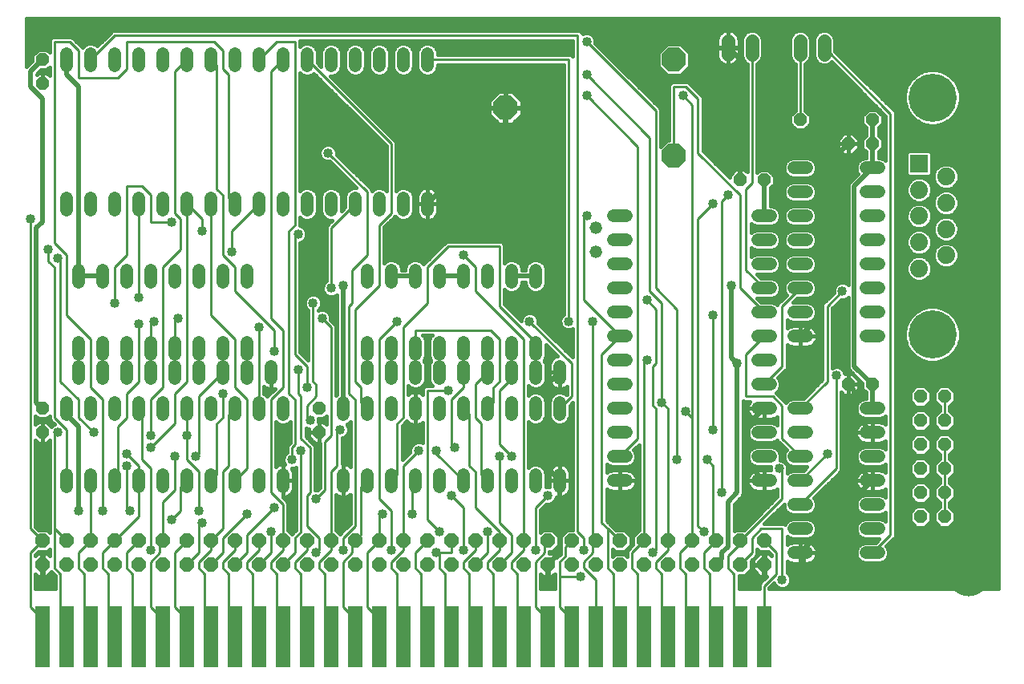
<source format=gtl>
G75*
%MOIN*%
%OFA0B0*%
%FSLAX24Y24*%
%IPPOS*%
%LPD*%
%AMOC8*
5,1,8,0,0,1.08239X$1,22.5*
%
%ADD10R,0.0600X0.2550*%
%ADD11OC8,0.0600*%
%ADD12C,0.0520*%
%ADD13C,0.0560*%
%ADD14OC8,0.1000*%
%ADD15C,0.0520*%
%ADD16R,0.0740X0.0740*%
%ADD17C,0.0740*%
%ADD18C,0.2000*%
%ADD19OC8,0.0520*%
%ADD20OC8,0.0560*%
%ADD21C,0.1650*%
%ADD22C,0.0100*%
%ADD23C,0.0400*%
%ADD24C,0.0200*%
%ADD25C,0.0160*%
D10*
X001680Y002180D03*
X002680Y002180D03*
X003680Y002180D03*
X004680Y002180D03*
X005680Y002180D03*
X006680Y002180D03*
X007680Y002180D03*
X008680Y002180D03*
X009680Y002180D03*
X010680Y002180D03*
X011680Y002180D03*
X012680Y002180D03*
X013680Y002180D03*
X014680Y002180D03*
X015680Y002180D03*
X016680Y002180D03*
X017680Y002180D03*
X018680Y002180D03*
X019680Y002180D03*
X020680Y002180D03*
X021680Y002180D03*
X022680Y002180D03*
X023680Y002180D03*
X024680Y002180D03*
X025680Y002180D03*
X026680Y002180D03*
X027680Y002180D03*
X028680Y002180D03*
X029680Y002180D03*
X030680Y002180D03*
X031680Y002180D03*
D11*
X031680Y005180D03*
X030680Y005180D03*
X030680Y006180D03*
X031680Y006180D03*
X029680Y006180D03*
X028680Y006180D03*
X027680Y006180D03*
X026680Y006180D03*
X025680Y006180D03*
X025680Y005180D03*
X026680Y005180D03*
X027680Y005180D03*
X028680Y005180D03*
X029680Y005180D03*
X024680Y005180D03*
X023680Y005180D03*
X022680Y005180D03*
X021680Y005180D03*
X021680Y006180D03*
X022680Y006180D03*
X023680Y006180D03*
X024680Y006180D03*
X020680Y006180D03*
X019680Y006180D03*
X018680Y006180D03*
X017680Y006180D03*
X016680Y006180D03*
X016680Y005180D03*
X017680Y005180D03*
X018680Y005180D03*
X019680Y005180D03*
X020680Y005180D03*
X015680Y005180D03*
X014680Y005180D03*
X013680Y005180D03*
X012680Y005180D03*
X012680Y006180D03*
X013680Y006180D03*
X014680Y006180D03*
X015680Y006180D03*
X011680Y006180D03*
X010680Y006180D03*
X009680Y006180D03*
X008680Y006180D03*
X007680Y006180D03*
X007680Y005180D03*
X008680Y005180D03*
X009680Y005180D03*
X010680Y005180D03*
X011680Y005180D03*
X006680Y005180D03*
X005680Y005180D03*
X004680Y005180D03*
X003680Y005180D03*
X003680Y006180D03*
X004680Y006180D03*
X005680Y006180D03*
X006680Y006180D03*
X002680Y006180D03*
X001680Y006180D03*
X001680Y005180D03*
X002680Y005180D03*
D12*
X002680Y008420D02*
X002680Y008940D01*
X003680Y008940D02*
X003680Y008420D01*
X004680Y008420D02*
X004680Y008940D01*
X005680Y008940D02*
X005680Y008420D01*
X006680Y008420D02*
X006680Y008940D01*
X007680Y008940D02*
X007680Y008420D01*
X008680Y008420D02*
X008680Y008940D01*
X009680Y008940D02*
X009680Y008420D01*
X010680Y008420D02*
X010680Y008940D01*
X011680Y008940D02*
X011680Y008420D01*
X014180Y008420D02*
X014180Y008940D01*
X015180Y008940D02*
X015180Y008420D01*
X016180Y008420D02*
X016180Y008940D01*
X017180Y008940D02*
X017180Y008420D01*
X018180Y008420D02*
X018180Y008940D01*
X019180Y008940D02*
X019180Y008420D01*
X020180Y008420D02*
X020180Y008940D01*
X021180Y008940D02*
X021180Y008420D01*
X022180Y008420D02*
X022180Y008940D01*
X023180Y008940D02*
X023180Y008420D01*
X025420Y008680D02*
X025940Y008680D01*
X025940Y009680D02*
X025420Y009680D01*
X025420Y010680D02*
X025940Y010680D01*
X025940Y011680D02*
X025420Y011680D01*
X025420Y012680D02*
X025940Y012680D01*
X025940Y013680D02*
X025420Y013680D01*
X025420Y014680D02*
X025940Y014680D01*
X025940Y015680D02*
X025420Y015680D01*
X025420Y016680D02*
X025940Y016680D01*
X025940Y017680D02*
X025420Y017680D01*
X025420Y018680D02*
X025940Y018680D01*
X025940Y019680D02*
X025420Y019680D01*
X022180Y017440D02*
X022180Y016920D01*
X021180Y016920D02*
X021180Y017440D01*
X020180Y017440D02*
X020180Y016920D01*
X019180Y016920D02*
X019180Y017440D01*
X018180Y017440D02*
X018180Y016920D01*
X017180Y016920D02*
X017180Y017440D01*
X016180Y017440D02*
X016180Y016920D01*
X015180Y016920D02*
X015180Y017440D01*
X014680Y019920D02*
X014680Y020440D01*
X013680Y020440D02*
X013680Y019920D01*
X012680Y019920D02*
X012680Y020440D01*
X011680Y020440D02*
X011680Y019920D01*
X010680Y019920D02*
X010680Y020440D01*
X009680Y020440D02*
X009680Y019920D01*
X008680Y019920D02*
X008680Y020440D01*
X007680Y020440D02*
X007680Y019920D01*
X006680Y019920D02*
X006680Y020440D01*
X005680Y020440D02*
X005680Y019920D01*
X004680Y019920D02*
X004680Y020440D01*
X003680Y020440D02*
X003680Y019920D01*
X002680Y019920D02*
X002680Y020440D01*
X003180Y017440D02*
X003180Y016920D01*
X004180Y016920D02*
X004180Y017440D01*
X005180Y017440D02*
X005180Y016920D01*
X006180Y016920D02*
X006180Y017440D01*
X007180Y017440D02*
X007180Y016920D01*
X008180Y016920D02*
X008180Y017440D01*
X009180Y017440D02*
X009180Y016920D01*
X010180Y016920D02*
X010180Y017440D01*
X010180Y014440D02*
X010180Y013920D01*
X010180Y013440D02*
X010180Y012920D01*
X009180Y012920D02*
X009180Y013440D01*
X009180Y013920D02*
X009180Y014440D01*
X008180Y014440D02*
X008180Y013920D01*
X008180Y013440D02*
X008180Y012920D01*
X007180Y012920D02*
X007180Y013440D01*
X007180Y013920D02*
X007180Y014440D01*
X006180Y014440D02*
X006180Y013920D01*
X006180Y013440D02*
X006180Y012920D01*
X005180Y012920D02*
X005180Y013440D01*
X005180Y013920D02*
X005180Y014440D01*
X004180Y014440D02*
X004180Y013920D01*
X004180Y013440D02*
X004180Y012920D01*
X003180Y012920D02*
X003180Y013440D01*
X003180Y013920D02*
X003180Y014440D01*
X002680Y011940D02*
X002680Y011420D01*
X003680Y011420D02*
X003680Y011940D01*
X004680Y011940D02*
X004680Y011420D01*
X005680Y011420D02*
X005680Y011940D01*
X006680Y011940D02*
X006680Y011420D01*
X007680Y011420D02*
X007680Y011940D01*
X008680Y011940D02*
X008680Y011420D01*
X009680Y011420D02*
X009680Y011940D01*
X010680Y011940D02*
X010680Y011420D01*
X011680Y011420D02*
X011680Y011940D01*
X011180Y012920D02*
X011180Y013440D01*
X014180Y011940D02*
X014180Y011420D01*
X015180Y011420D02*
X015180Y011940D01*
X016180Y011940D02*
X016180Y011420D01*
X017180Y011420D02*
X017180Y011940D01*
X018180Y011940D02*
X018180Y011420D01*
X019180Y011420D02*
X019180Y011940D01*
X020180Y011940D02*
X020180Y011420D01*
X021180Y011420D02*
X021180Y011940D01*
X022180Y011940D02*
X022180Y011420D01*
X023180Y011420D02*
X023180Y011940D01*
X023180Y012920D02*
X023180Y013440D01*
X022180Y013440D02*
X022180Y012920D01*
X021180Y012920D02*
X021180Y013440D01*
X021180Y013920D02*
X021180Y014440D01*
X022180Y014440D02*
X022180Y013920D01*
X020180Y013920D02*
X020180Y014440D01*
X019180Y014440D02*
X019180Y013920D01*
X019180Y013440D02*
X019180Y012920D01*
X018180Y012920D02*
X018180Y013440D01*
X018180Y013920D02*
X018180Y014440D01*
X017180Y014440D02*
X017180Y013920D01*
X017180Y013440D02*
X017180Y012920D01*
X016180Y012920D02*
X016180Y013440D01*
X016180Y013920D02*
X016180Y014440D01*
X015180Y014440D02*
X015180Y013920D01*
X015180Y013440D02*
X015180Y012920D01*
X020180Y012920D02*
X020180Y013440D01*
X017680Y019920D02*
X017680Y020440D01*
X016680Y020440D02*
X016680Y019920D01*
X015680Y019920D02*
X015680Y020440D01*
X015680Y025920D02*
X015680Y026440D01*
X014680Y026440D02*
X014680Y025920D01*
X013680Y025920D02*
X013680Y026440D01*
X012680Y026440D02*
X012680Y025920D01*
X011680Y025920D02*
X011680Y026440D01*
X010680Y026440D02*
X010680Y025920D01*
X009680Y025920D02*
X009680Y026440D01*
X008680Y026440D02*
X008680Y025920D01*
X007680Y025920D02*
X007680Y026440D01*
X006680Y026440D02*
X006680Y025920D01*
X005680Y025920D02*
X005680Y026440D01*
X004680Y026440D02*
X004680Y025920D01*
X003680Y025920D02*
X003680Y026440D01*
X002680Y026440D02*
X002680Y025920D01*
X016680Y025920D02*
X016680Y026440D01*
X017680Y026440D02*
X017680Y025920D01*
X031420Y019680D02*
X031940Y019680D01*
X032920Y019680D02*
X033440Y019680D01*
X033440Y020680D02*
X032920Y020680D01*
X032920Y021680D02*
X033440Y021680D01*
X035920Y021680D02*
X036440Y021680D01*
X036440Y020680D02*
X035920Y020680D01*
X035920Y019680D02*
X036440Y019680D01*
X036440Y018680D02*
X035920Y018680D01*
X035920Y017680D02*
X036440Y017680D01*
X036440Y016680D02*
X035920Y016680D01*
X035920Y015680D02*
X036440Y015680D01*
X036440Y014680D02*
X035920Y014680D01*
X033440Y014680D02*
X032920Y014680D01*
X031940Y014680D02*
X031420Y014680D01*
X031420Y013680D02*
X031940Y013680D01*
X031940Y012680D02*
X031420Y012680D01*
X031420Y011680D02*
X031940Y011680D01*
X032920Y011680D02*
X033440Y011680D01*
X033440Y010680D02*
X032920Y010680D01*
X031940Y010680D02*
X031420Y010680D01*
X031420Y009680D02*
X031940Y009680D01*
X032920Y009680D02*
X033440Y009680D01*
X033440Y008680D02*
X032920Y008680D01*
X031940Y008680D02*
X031420Y008680D01*
X032920Y007680D02*
X033440Y007680D01*
X033440Y006680D02*
X032920Y006680D01*
X032920Y005680D02*
X033440Y005680D01*
X035920Y005680D02*
X036440Y005680D01*
X036440Y006680D02*
X035920Y006680D01*
X035920Y007680D02*
X036440Y007680D01*
X036440Y008680D02*
X035920Y008680D01*
X035920Y009680D02*
X036440Y009680D01*
X036440Y010680D02*
X035920Y010680D01*
X035920Y011680D02*
X036440Y011680D01*
X033440Y015680D02*
X032920Y015680D01*
X031940Y015680D02*
X031420Y015680D01*
X031420Y016680D02*
X031940Y016680D01*
X032920Y016680D02*
X033440Y016680D01*
X033440Y017680D02*
X032920Y017680D01*
X031940Y017680D02*
X031420Y017680D01*
X031420Y018680D02*
X031940Y018680D01*
X032920Y018680D02*
X033440Y018680D01*
D13*
X033180Y026400D02*
X033180Y026960D01*
X034180Y026960D02*
X034180Y026400D01*
X031180Y026400D02*
X031180Y026960D01*
X030180Y026960D02*
X030180Y026400D01*
D14*
X027930Y026180D03*
X027930Y022180D03*
X020930Y024180D03*
D15*
X024680Y019180D03*
X024680Y018180D03*
D16*
X038121Y021861D03*
D17*
X039239Y021314D03*
X038121Y020771D03*
X039239Y020223D03*
X038121Y019680D03*
X039239Y019137D03*
X038121Y018589D03*
X039239Y018046D03*
X038121Y017499D03*
D18*
X038680Y014759D03*
X038680Y024601D03*
D19*
X036180Y023680D03*
X036180Y022680D03*
X035180Y022680D03*
X033180Y023680D03*
X031680Y021180D03*
X030680Y021180D03*
X035180Y012680D03*
X036180Y012680D03*
X013180Y011680D03*
X013180Y010680D03*
X001680Y010680D03*
X001680Y011680D03*
X001680Y025180D03*
X001680Y026180D03*
D20*
X038180Y012180D03*
X039180Y012180D03*
X039180Y011180D03*
X038180Y011180D03*
X038180Y010180D03*
X039180Y010180D03*
X039180Y009180D03*
X038180Y009180D03*
X038180Y008180D03*
X039180Y008180D03*
X039180Y007180D03*
X038180Y007180D03*
D21*
X040180Y004680D03*
X040180Y026930D03*
D22*
X036930Y023930D02*
X034180Y026680D01*
X033180Y026680D02*
X033180Y023680D01*
X036930Y023930D02*
X036930Y006430D01*
X036180Y005680D01*
X039180Y007180D02*
X039180Y008180D01*
X039180Y009180D01*
X039180Y010180D01*
X039180Y011180D02*
X039180Y012180D01*
X034680Y013055D02*
X034680Y009180D01*
X033180Y007680D01*
X032430Y007930D02*
X030680Y006180D01*
X030680Y006055D01*
X030180Y005555D01*
X030180Y005055D01*
X030430Y004805D01*
X030430Y002430D01*
X030680Y002180D01*
X031680Y002180D02*
X031680Y004305D01*
X032180Y004805D01*
X032180Y005680D01*
X031680Y006180D01*
X031180Y006305D02*
X031180Y005680D01*
X030680Y005180D01*
X029430Y004805D02*
X029180Y005055D01*
X029180Y005680D01*
X029680Y006180D01*
X029555Y006305D01*
X029555Y009305D01*
X029305Y009555D01*
X028055Y009555D02*
X028055Y015805D01*
X027180Y016680D01*
X027180Y024055D01*
X024305Y026930D01*
X023930Y027180D02*
X023930Y006555D01*
X024180Y006305D01*
X024180Y005805D01*
X024555Y005680D02*
X024555Y006055D01*
X024680Y006180D01*
X024555Y006305D01*
X024555Y015305D01*
X023555Y015305D02*
X023555Y026180D01*
X017680Y026180D01*
X016180Y022680D02*
X012680Y026180D01*
X012180Y026930D02*
X012180Y019305D01*
X011930Y019055D01*
X011930Y012305D01*
X012180Y012055D01*
X012180Y010180D01*
X012055Y010055D01*
X012055Y009555D01*
X012430Y009930D02*
X012430Y006555D01*
X012180Y006305D01*
X012180Y005680D01*
X011680Y005180D01*
X011430Y004805D02*
X011180Y005055D01*
X011180Y005305D01*
X011680Y005805D01*
X011680Y006180D01*
X011680Y007680D01*
X011180Y008180D01*
X011180Y012055D01*
X011680Y012555D01*
X011680Y014930D01*
X011180Y015430D01*
X011180Y025680D01*
X011680Y026180D01*
X011430Y026930D02*
X012180Y026930D01*
X011430Y026930D02*
X010680Y026180D01*
X009430Y025555D02*
X009180Y025805D01*
X009180Y026555D01*
X008805Y026930D01*
X005180Y026930D01*
X005180Y025805D01*
X004805Y025430D01*
X003180Y025430D01*
X003180Y026555D01*
X002805Y026930D01*
X002180Y026930D01*
X002180Y018555D01*
X002680Y018055D01*
X002680Y015555D01*
X003680Y014555D01*
X003680Y012555D01*
X004180Y012055D01*
X004180Y007430D01*
X005180Y007555D02*
X005180Y009305D01*
X005680Y009305D02*
X005680Y008680D01*
X005680Y007180D01*
X004680Y006180D01*
X004180Y005680D01*
X004180Y005055D01*
X004430Y004805D01*
X004430Y002430D01*
X004680Y002180D01*
X005430Y002430D02*
X005680Y002180D01*
X005430Y002430D02*
X005430Y004805D01*
X005180Y005055D01*
X005180Y005680D01*
X005680Y006180D01*
X006180Y005805D02*
X006180Y009180D01*
X005805Y009555D01*
X005805Y011555D01*
X005680Y011680D01*
X006180Y012055D02*
X006180Y010555D01*
X006180Y010055D02*
X007180Y011055D01*
X007180Y012305D01*
X007680Y012805D01*
X007680Y020180D01*
X008305Y019555D01*
X008305Y019055D01*
X007430Y019555D02*
X007430Y018305D01*
X006680Y017555D01*
X006680Y012555D01*
X006180Y012055D01*
X005680Y012805D02*
X005180Y012305D01*
X005180Y011305D01*
X004805Y010930D01*
X004805Y008805D01*
X004680Y008680D01*
X003680Y008680D02*
X003680Y006180D01*
X003180Y005680D01*
X003180Y005055D01*
X003430Y004805D01*
X003430Y002430D01*
X003680Y002180D01*
X002680Y002180D02*
X002430Y002430D01*
X002430Y004805D01*
X002180Y005055D01*
X002180Y006680D01*
X002680Y006180D01*
X002180Y006680D02*
X002180Y010555D01*
X002305Y010680D01*
X002680Y010805D02*
X002180Y011305D01*
X002180Y017555D01*
X001930Y017805D01*
X001930Y018305D01*
X002305Y017930D02*
X002430Y017805D01*
X002430Y012805D01*
X003180Y012055D01*
X003180Y011305D01*
X003805Y010680D01*
X002680Y010805D02*
X002680Y008680D01*
X005180Y007555D02*
X005305Y007430D01*
X006680Y007805D02*
X007180Y008305D01*
X007180Y009680D01*
X007680Y009555D02*
X008180Y009055D01*
X008180Y007430D01*
X008305Y006930D02*
X008180Y006805D01*
X008180Y005680D01*
X007680Y005180D01*
X008180Y005305D02*
X008180Y005055D01*
X008430Y004805D01*
X008430Y002430D01*
X008680Y002180D01*
X009430Y002430D02*
X009430Y004805D01*
X009180Y005055D01*
X009180Y005305D01*
X009680Y005805D01*
X009680Y006180D01*
X009180Y006305D02*
X009180Y005680D01*
X008680Y005180D01*
X008180Y005305D02*
X008680Y005805D01*
X008680Y006180D01*
X009180Y006680D01*
X009180Y009055D01*
X009430Y009305D01*
X009430Y011430D01*
X009680Y011680D01*
X010180Y012055D02*
X010180Y009180D01*
X009680Y008680D01*
X008930Y008930D02*
X008680Y008680D01*
X008930Y008930D02*
X008930Y011055D01*
X009180Y011305D01*
X009180Y012305D01*
X009680Y012555D02*
X010180Y012055D01*
X010680Y011680D02*
X010680Y015055D01*
X011305Y014930D02*
X011305Y014055D01*
X012180Y013930D02*
X012680Y013430D01*
X012680Y012555D01*
X012930Y012805D02*
X013055Y012680D01*
X013055Y012180D01*
X012680Y011805D01*
X012680Y011305D01*
X012805Y011180D01*
X013680Y010555D02*
X013680Y015055D01*
X013305Y015430D01*
X012930Y016055D02*
X012930Y012805D01*
X012305Y012305D02*
X012305Y013305D01*
X012180Y013930D02*
X012180Y018805D01*
X012305Y018930D01*
X013680Y019180D02*
X013680Y016680D01*
X014430Y015930D02*
X014430Y012305D01*
X014680Y012055D01*
X014680Y006805D01*
X014180Y006305D01*
X014180Y005805D01*
X014555Y005680D02*
X014555Y006055D01*
X014680Y006180D01*
X014930Y006430D01*
X014930Y008430D01*
X015180Y008680D01*
X016180Y008680D02*
X016430Y008930D01*
X016430Y011055D01*
X016680Y011305D01*
X016680Y015055D01*
X017680Y016055D01*
X017680Y017555D01*
X018555Y018430D01*
X020680Y018430D01*
X020680Y015930D01*
X022180Y014430D01*
X022180Y014180D01*
X022180Y013180D01*
X021180Y013180D02*
X021180Y012930D01*
X020680Y012430D01*
X020680Y010180D01*
X021180Y009680D01*
X020680Y009680D02*
X020680Y006930D01*
X021180Y006430D01*
X021180Y005680D01*
X020680Y005180D01*
X020430Y004805D02*
X020180Y005055D01*
X020180Y005305D01*
X020680Y005805D01*
X020680Y006180D01*
X020680Y006555D01*
X019680Y007555D01*
X019680Y009055D01*
X019430Y009305D01*
X019430Y011430D01*
X019180Y011680D01*
X018680Y012055D02*
X019180Y012555D01*
X019180Y013180D01*
X019180Y014180D01*
X018180Y014180D02*
X018180Y013180D01*
X017180Y013180D02*
X017180Y014180D01*
X017180Y014930D01*
X020305Y014930D01*
X020680Y014555D01*
X020680Y012805D01*
X020430Y012555D01*
X020430Y011930D01*
X020180Y011680D01*
X019680Y011305D02*
X019680Y012680D01*
X020180Y013180D01*
X020180Y014180D01*
X021180Y014180D02*
X021180Y013180D01*
X021680Y014555D02*
X021680Y006180D01*
X021680Y005805D01*
X021180Y005305D01*
X021180Y005055D01*
X021430Y004805D01*
X021430Y002430D01*
X021680Y002180D01*
X022680Y002180D02*
X022680Y002930D01*
X022180Y003430D01*
X022180Y005305D01*
X022555Y005680D01*
X022555Y006055D01*
X022680Y006180D01*
X022180Y005805D02*
X022180Y007555D01*
X022680Y008055D01*
X024930Y006930D02*
X025180Y006680D01*
X025180Y005055D01*
X025430Y004805D01*
X025430Y002430D01*
X025680Y002180D01*
X026430Y002430D02*
X026430Y004805D01*
X026180Y005055D01*
X026180Y005680D01*
X026680Y006180D01*
X026680Y013555D01*
X026805Y013680D01*
X027055Y013430D02*
X027180Y013555D01*
X027180Y015805D01*
X026805Y016180D01*
X026930Y016555D02*
X027430Y016055D01*
X027430Y011930D01*
X027680Y011680D01*
X027680Y006180D01*
X027680Y005805D01*
X027180Y005305D01*
X027180Y005055D01*
X027430Y004805D01*
X027430Y002430D01*
X027680Y002180D01*
X028430Y002430D02*
X028680Y002180D01*
X028430Y002430D02*
X028430Y004805D01*
X028180Y005055D01*
X028180Y005680D01*
X028680Y006180D01*
X028680Y011305D01*
X028680Y024305D01*
X028305Y024680D01*
X028430Y025055D02*
X027930Y025055D01*
X027930Y022180D01*
X028930Y022305D02*
X028930Y024555D01*
X028430Y025055D01*
X031180Y026680D02*
X031180Y021055D01*
X030930Y020805D01*
X030930Y017430D01*
X031680Y016680D01*
X030680Y016680D02*
X030680Y020555D01*
X028930Y022305D01*
X026930Y022930D02*
X026930Y016555D01*
X025680Y014680D02*
X024180Y016180D01*
X024180Y019555D01*
X024305Y019680D01*
X026430Y022555D02*
X026430Y010430D01*
X025680Y009680D01*
X028430Y011555D02*
X028680Y011305D01*
X029555Y010805D02*
X029555Y015555D01*
X030680Y016680D02*
X031680Y015680D01*
X032430Y015930D02*
X033180Y016680D01*
X032430Y015930D02*
X032430Y013430D01*
X031680Y012680D01*
X032055Y012180D02*
X030930Y012180D01*
X030930Y013930D01*
X031680Y014680D01*
X034305Y015930D02*
X034305Y012805D01*
X033180Y011680D01*
X032430Y011805D02*
X032055Y012180D01*
X032430Y011805D02*
X032430Y010430D01*
X033180Y009680D01*
X032430Y009055D02*
X032305Y009180D01*
X032430Y009055D02*
X032430Y007930D01*
X033180Y008680D02*
X034305Y009805D01*
X029930Y008180D02*
X029930Y020305D01*
X030180Y020555D01*
X029555Y020180D02*
X028930Y019555D01*
X028930Y006805D01*
X029180Y006555D01*
X027180Y005805D02*
X027180Y011680D01*
X027055Y011805D01*
X027055Y013430D01*
X025680Y014680D02*
X024930Y013930D01*
X024930Y006930D01*
X025180Y006680D02*
X025680Y006180D01*
X024555Y005680D02*
X024180Y005305D01*
X024180Y005055D01*
X024680Y004555D01*
X024680Y002180D01*
X023680Y002180D02*
X023680Y002930D01*
X023180Y003430D01*
X023180Y004680D01*
X024055Y004680D01*
X023180Y004680D02*
X023180Y005305D01*
X023430Y005555D01*
X023430Y005930D01*
X023680Y006180D01*
X020430Y004805D02*
X020430Y002430D01*
X020680Y002180D01*
X019680Y002180D02*
X019430Y002430D01*
X019430Y004805D01*
X019180Y005055D01*
X019180Y005305D01*
X019680Y005805D01*
X019680Y006180D01*
X019180Y005805D02*
X019180Y007555D01*
X018680Y008055D01*
X019180Y008680D02*
X018055Y009805D01*
X018055Y009930D01*
X018680Y010180D02*
X018680Y012055D01*
X018555Y012430D02*
X017680Y012430D01*
X017680Y007055D01*
X018180Y006555D01*
X017680Y006180D02*
X017180Y005680D01*
X017180Y005055D01*
X017430Y004805D01*
X017430Y002430D01*
X017680Y002180D01*
X018430Y002430D02*
X018430Y004805D01*
X018180Y005055D01*
X018180Y005680D01*
X018055Y005680D01*
X018180Y005680D02*
X018680Y005680D01*
X018680Y006180D01*
X019680Y005180D02*
X020180Y005680D01*
X020180Y006555D01*
X020180Y008680D02*
X019930Y008930D01*
X019930Y011055D01*
X019680Y011305D01*
X018680Y010180D02*
X018805Y010055D01*
X017305Y009930D02*
X016680Y009305D01*
X016680Y006180D01*
X016680Y005805D01*
X016180Y005305D01*
X016180Y005055D01*
X016430Y004805D01*
X016430Y002430D01*
X016680Y002180D01*
X015680Y002180D02*
X015680Y002930D01*
X015180Y003430D01*
X015180Y005680D01*
X015680Y006180D01*
X015680Y007180D01*
X015805Y007305D01*
X016180Y007430D02*
X016180Y005805D01*
X014555Y005680D02*
X014180Y005305D01*
X014180Y003430D01*
X014680Y002930D01*
X014680Y002180D01*
X013680Y002180D02*
X013430Y002430D01*
X013430Y004805D01*
X013180Y005055D01*
X013180Y005305D01*
X013680Y005805D01*
X013680Y006180D01*
X013680Y009055D01*
X013930Y009305D01*
X013930Y010680D01*
X014055Y010805D01*
X013680Y010555D02*
X013430Y010305D01*
X013430Y008305D01*
X013055Y007930D01*
X012805Y008180D02*
X012680Y008055D01*
X012680Y006805D01*
X013180Y006305D01*
X013180Y005805D01*
X013055Y005680D01*
X012680Y005805D02*
X012680Y006180D01*
X012680Y005805D02*
X012180Y005305D01*
X012180Y005055D01*
X012430Y004805D01*
X012430Y002430D01*
X012680Y002180D01*
X011680Y002180D02*
X011430Y002430D01*
X011430Y004805D01*
X010680Y005180D02*
X011180Y005680D01*
X011180Y006555D01*
X010680Y006180D02*
X010680Y005805D01*
X010180Y005305D01*
X010180Y005055D01*
X010430Y004805D01*
X010430Y002430D01*
X010680Y002180D01*
X009680Y002180D02*
X009430Y002430D01*
X007680Y002180D02*
X007680Y002930D01*
X007180Y003430D01*
X007180Y005680D01*
X007680Y006180D01*
X006680Y006180D02*
X006680Y007805D01*
X007430Y007430D02*
X007430Y008430D01*
X007680Y008680D01*
X007680Y009555D02*
X007680Y010555D01*
X007680Y011680D01*
X008180Y012180D02*
X009180Y013180D01*
X009180Y014180D01*
X009680Y014555D02*
X009680Y012555D01*
X010180Y013180D02*
X010180Y014180D01*
X009680Y014555D02*
X008680Y015555D01*
X008680Y020180D01*
X009180Y020555D02*
X009180Y018055D01*
X009680Y017555D01*
X009680Y016555D01*
X011305Y014930D01*
X008180Y014180D02*
X008180Y013180D01*
X007180Y013180D02*
X007180Y014180D01*
X007180Y015305D01*
X007305Y015430D01*
X006305Y015305D02*
X006180Y015180D01*
X006180Y014180D01*
X006180Y013180D01*
X005680Y012805D02*
X005680Y015180D01*
X005180Y014180D02*
X005180Y013180D01*
X004180Y013180D02*
X004180Y014180D01*
X003180Y014180D02*
X003180Y013180D01*
X004680Y016055D02*
X004680Y017555D01*
X005180Y018055D01*
X005180Y020930D01*
X005805Y020930D01*
X006180Y020555D01*
X006180Y019430D01*
X007055Y019430D01*
X007430Y019555D02*
X007180Y019805D01*
X007180Y025680D01*
X007680Y026180D01*
X008680Y026180D02*
X008930Y025930D01*
X008930Y020805D01*
X009180Y020555D01*
X009430Y020430D02*
X009430Y025555D01*
X004680Y027180D02*
X023930Y027180D01*
X024305Y025555D02*
X026930Y022930D01*
X026430Y022555D02*
X024305Y024680D01*
X016180Y022680D02*
X016180Y019805D01*
X015680Y019305D01*
X015680Y016805D01*
X014680Y015805D01*
X014680Y012805D01*
X014930Y012555D01*
X014930Y011930D01*
X015180Y011680D01*
X015180Y013180D02*
X015180Y014180D01*
X015680Y014555D02*
X015680Y007930D01*
X016180Y007430D01*
X017055Y007305D02*
X017055Y008555D01*
X017180Y008680D01*
X012805Y008180D02*
X012805Y010055D01*
X012430Y010430D01*
X012430Y012180D01*
X012305Y012305D01*
X016180Y013180D02*
X016180Y014180D01*
X015680Y014555D02*
X016430Y015305D01*
X014555Y016055D02*
X014430Y015930D01*
X014555Y016055D02*
X014555Y017430D01*
X015180Y018055D01*
X015180Y020680D01*
X013555Y022305D01*
X014680Y020180D02*
X013680Y019180D01*
X010680Y020180D02*
X009555Y019055D01*
X009555Y018180D01*
X009680Y020180D02*
X009430Y020430D01*
X005680Y020180D02*
X005680Y016305D01*
X001180Y019555D02*
X001180Y006680D01*
X001680Y006180D01*
X001180Y005680D01*
X001180Y003430D01*
X001680Y002930D01*
X001680Y002180D01*
X006180Y003430D02*
X006680Y002930D01*
X006680Y002180D01*
X006180Y003430D02*
X006180Y005305D01*
X006555Y005680D01*
X006555Y006055D01*
X006680Y006180D01*
X007055Y007055D02*
X007430Y007430D01*
X009180Y006305D02*
X010180Y007305D01*
X010180Y006430D02*
X010180Y005680D01*
X009680Y005180D01*
X010180Y006430D02*
X011305Y007555D01*
X008180Y009805D02*
X008055Y009680D01*
X008180Y009805D02*
X008180Y012180D01*
X005680Y009305D02*
X005180Y009805D01*
X018430Y002430D02*
X018680Y002180D01*
X026430Y002430D02*
X026680Y002180D01*
X029430Y002430D02*
X029680Y002180D01*
X029430Y002430D02*
X029430Y004805D01*
X027180Y005805D02*
X027055Y005680D01*
X031180Y006305D02*
X031555Y006680D01*
X032430Y006680D01*
X032430Y004555D01*
X023680Y012180D02*
X023180Y011680D01*
X023680Y012180D02*
X023680Y013555D01*
X021930Y015305D01*
X021680Y014555D02*
X019680Y016555D01*
X019680Y017555D01*
X019180Y018055D01*
X004680Y027180D02*
X003680Y026180D01*
X034305Y015930D02*
X034930Y016555D01*
D23*
X034930Y016555D03*
X030305Y016805D03*
X029555Y015555D03*
X026805Y016180D03*
X024555Y015305D03*
X023555Y015305D03*
X021930Y015305D03*
X019180Y018055D03*
X016430Y015305D03*
X014180Y016805D03*
X013680Y016680D03*
X012930Y016055D03*
X013305Y015430D03*
X012555Y014680D03*
X011305Y014055D03*
X012305Y013305D03*
X012680Y012555D03*
X012805Y011180D03*
X014055Y010805D03*
X012430Y009930D03*
X012055Y009555D03*
X013055Y007930D03*
X011305Y007555D03*
X011180Y006555D03*
X010180Y007305D03*
X008305Y006930D03*
X008180Y007430D03*
X007055Y007055D03*
X006180Y005805D03*
X005305Y007430D03*
X004180Y007430D03*
X003180Y007430D03*
X005180Y009305D03*
X005180Y009805D03*
X006180Y010055D03*
X006180Y010555D03*
X007180Y009680D03*
X008055Y009680D03*
X007680Y010555D03*
X009180Y012305D03*
X010680Y015055D03*
X007305Y015430D03*
X006305Y015305D03*
X005680Y015180D03*
X004680Y016055D03*
X005680Y016305D03*
X002305Y017930D03*
X001930Y018305D03*
X001180Y019555D03*
X007055Y019430D03*
X008305Y019055D03*
X009555Y018180D03*
X012305Y018930D03*
X013180Y021180D03*
X013555Y022305D03*
X024305Y024680D03*
X024305Y025555D03*
X024305Y026930D03*
X028305Y024680D03*
X030180Y020555D03*
X029555Y020180D03*
X024305Y019680D03*
X026805Y013680D03*
X027430Y011930D03*
X028430Y011555D03*
X029555Y010805D03*
X029305Y009555D03*
X028055Y009555D03*
X029930Y008180D03*
X029180Y006555D03*
X027055Y005680D03*
X024180Y005805D03*
X024055Y004680D03*
X022180Y005805D03*
X020180Y006555D03*
X019180Y005805D03*
X018055Y005680D03*
X018180Y006555D03*
X017055Y007305D03*
X015805Y007305D03*
X016180Y005805D03*
X014180Y005805D03*
X013055Y005680D03*
X018680Y008055D03*
X020680Y009680D03*
X021180Y009680D03*
X022680Y008055D03*
X018805Y010055D03*
X018055Y009930D03*
X017305Y009930D03*
X018555Y012430D03*
X030555Y013555D03*
X034680Y013055D03*
X034305Y009805D03*
X032305Y009180D03*
X032430Y004555D03*
X003805Y010680D03*
X002305Y010680D03*
D24*
X002680Y011430D02*
X003180Y010930D01*
X003180Y007430D01*
X002680Y011430D02*
X002680Y011680D01*
X001680Y011680D02*
X001430Y011930D01*
X001430Y019180D01*
X001680Y019430D01*
X001680Y024555D01*
X001180Y025055D01*
X001180Y025680D01*
X001680Y026180D01*
X002680Y026180D02*
X002680Y025555D01*
X003180Y025055D01*
X003180Y017180D01*
X004180Y017180D01*
X012430Y018430D02*
X012430Y014805D01*
X012555Y014680D01*
X014180Y016805D02*
X014180Y011680D01*
X016180Y017180D02*
X017180Y017180D01*
X018180Y017180D02*
X019180Y017180D01*
X021180Y017180D02*
X022180Y017180D01*
X017680Y020180D02*
X020930Y023430D01*
X020930Y024180D01*
X013180Y021180D02*
X013180Y019180D01*
X012430Y018430D01*
X022680Y012680D02*
X022680Y009180D01*
X023180Y008680D01*
X023180Y005680D01*
X022680Y005180D01*
X029680Y005180D02*
X029930Y005430D01*
X029930Y005680D01*
X030180Y005930D01*
X030180Y007805D01*
X030555Y008180D01*
X030555Y013555D01*
X030305Y013805D01*
X030305Y016805D01*
X033180Y014680D02*
X034055Y015555D01*
X034055Y021555D01*
X035180Y022680D01*
X036180Y022680D02*
X036180Y023680D01*
X036180Y022680D02*
X036180Y021680D01*
X035430Y020930D01*
X035430Y013430D01*
X036180Y012680D01*
X036180Y011680D01*
X035493Y011368D02*
X035430Y011305D01*
X035430Y009430D01*
X036180Y008680D01*
X036055Y008680D01*
X036055Y008555D01*
X033180Y005680D01*
X033305Y005680D01*
X033305Y004680D01*
X040180Y004680D01*
X031680Y008680D02*
X030930Y009430D01*
X030930Y010930D01*
X031680Y011680D01*
X035180Y012680D02*
X035430Y012430D01*
X035430Y011430D01*
X035493Y011368D01*
X036180Y010680D01*
X023180Y013180D02*
X022680Y012680D01*
X031680Y019680D02*
X031680Y021180D01*
X030680Y021180D02*
X030680Y026180D01*
X030180Y026680D01*
D25*
X030190Y026690D02*
X030640Y026690D01*
X030640Y026996D01*
X030629Y027068D01*
X030606Y027137D01*
X030573Y027201D01*
X030531Y027260D01*
X030480Y027311D01*
X030421Y027353D01*
X030357Y027386D01*
X030288Y027409D01*
X030216Y027420D01*
X030190Y027420D01*
X030190Y026690D01*
X030190Y026670D01*
X030640Y026670D01*
X030640Y026364D01*
X030629Y026292D01*
X030606Y026223D01*
X030573Y026159D01*
X030531Y026100D01*
X030480Y026049D01*
X030421Y026007D01*
X030357Y025974D01*
X030288Y025951D01*
X030216Y025940D01*
X030190Y025940D01*
X030190Y026670D01*
X030170Y026670D01*
X030170Y025940D01*
X030144Y025940D01*
X030072Y025951D01*
X030003Y025974D01*
X029939Y026007D01*
X029880Y026049D01*
X029829Y026100D01*
X029787Y026159D01*
X029754Y026223D01*
X029731Y026292D01*
X029720Y026364D01*
X029720Y026670D01*
X030170Y026670D01*
X030170Y026690D01*
X030170Y027420D01*
X030144Y027420D01*
X030072Y027409D01*
X030003Y027386D01*
X029939Y027353D01*
X029880Y027311D01*
X029829Y027260D01*
X029787Y027201D01*
X029754Y027137D01*
X029731Y027068D01*
X029720Y026996D01*
X029720Y026690D01*
X030170Y026690D01*
X030190Y026690D01*
X030190Y026625D02*
X030170Y026625D01*
X030170Y026467D02*
X030190Y026467D01*
X030190Y026308D02*
X030170Y026308D01*
X030170Y026150D02*
X030190Y026150D01*
X030190Y025991D02*
X030170Y025991D01*
X029969Y025991D02*
X028590Y025991D01*
X028590Y025907D02*
X028203Y025520D01*
X027657Y025520D01*
X027270Y025907D01*
X027270Y026453D01*
X027657Y026840D01*
X028203Y026840D01*
X028590Y026453D01*
X028590Y025907D01*
X028516Y025833D02*
X030970Y025833D01*
X030970Y025991D02*
X030391Y025991D01*
X030567Y026150D02*
X030808Y026150D01*
X030807Y026151D02*
X030931Y026027D01*
X030970Y026011D01*
X030970Y021512D01*
X030862Y021620D01*
X030680Y021620D01*
X030680Y021180D01*
X030680Y021180D01*
X030680Y021620D01*
X030498Y021620D01*
X030240Y021362D01*
X030240Y021292D01*
X029140Y022392D01*
X029140Y024642D01*
X028640Y025142D01*
X028517Y025265D01*
X027843Y025265D01*
X027720Y025142D01*
X027720Y022840D01*
X027657Y022840D01*
X027390Y022573D01*
X027390Y024142D01*
X027267Y024265D01*
X024665Y026867D01*
X024665Y027002D01*
X024610Y027134D01*
X024509Y027235D01*
X024377Y027290D01*
X024233Y027290D01*
X024140Y027251D01*
X024140Y027267D01*
X024017Y027390D01*
X004593Y027390D01*
X004470Y027267D01*
X003958Y026755D01*
X003918Y026796D01*
X003764Y026860D01*
X003596Y026860D01*
X003442Y026796D01*
X003339Y026693D01*
X003015Y027017D01*
X002892Y027140D01*
X002093Y027140D01*
X001970Y027017D01*
X001970Y026484D01*
X001854Y026600D01*
X001506Y026600D01*
X001260Y026354D01*
X001260Y026128D01*
X001010Y025878D01*
X001010Y027900D01*
X041400Y027900D01*
X041400Y004180D01*
X031890Y004180D01*
X031890Y004218D01*
X032095Y004423D01*
X032125Y004351D01*
X032226Y004250D01*
X032358Y004195D01*
X032502Y004195D01*
X032634Y004250D01*
X032735Y004351D01*
X032790Y004483D01*
X032790Y004627D01*
X032735Y004759D01*
X032640Y004854D01*
X032640Y005340D01*
X032689Y005304D01*
X032751Y005272D01*
X032817Y005251D01*
X032885Y005240D01*
X033180Y005240D01*
X033475Y005240D01*
X033543Y005251D01*
X033609Y005272D01*
X033671Y005304D01*
X033727Y005344D01*
X033776Y005393D01*
X033816Y005449D01*
X033848Y005511D01*
X033869Y005577D01*
X033880Y005645D01*
X033880Y005680D01*
X033880Y005715D01*
X033869Y005783D01*
X033848Y005849D01*
X033816Y005911D01*
X033776Y005967D01*
X033727Y006016D01*
X033671Y006056D01*
X033609Y006088D01*
X033543Y006109D01*
X033475Y006120D01*
X033180Y006120D01*
X033180Y005680D01*
X033180Y005680D01*
X033880Y005680D01*
X033180Y005680D01*
X033180Y005680D01*
X033180Y006120D01*
X032885Y006120D01*
X032817Y006109D01*
X032751Y006088D01*
X032689Y006056D01*
X032640Y006020D01*
X032640Y006366D01*
X032682Y006324D01*
X032836Y006260D01*
X033524Y006260D01*
X033678Y006324D01*
X033796Y006442D01*
X033860Y006596D01*
X033860Y006764D01*
X033796Y006918D01*
X033678Y007036D01*
X033524Y007100D01*
X032836Y007100D01*
X032682Y007036D01*
X032564Y006918D01*
X032542Y006865D01*
X032517Y006890D01*
X031687Y006890D01*
X032500Y007703D01*
X032500Y007596D01*
X032564Y007442D01*
X032682Y007324D01*
X032836Y007260D01*
X033524Y007260D01*
X033678Y007324D01*
X033796Y007442D01*
X033860Y007596D01*
X033860Y007764D01*
X033796Y007918D01*
X033755Y007958D01*
X034767Y008970D01*
X034890Y009093D01*
X034890Y012348D01*
X034998Y012240D01*
X035180Y012240D01*
X035362Y012240D01*
X035620Y012498D01*
X035620Y012680D01*
X035620Y012862D01*
X035362Y013120D01*
X035180Y013120D01*
X035180Y012680D01*
X035180Y012680D01*
X035620Y012680D01*
X035180Y012680D01*
X035180Y012680D01*
X035180Y013120D01*
X035040Y013120D01*
X035040Y013127D01*
X034985Y013259D01*
X034884Y013360D01*
X034752Y013415D01*
X034608Y013415D01*
X034515Y013376D01*
X034515Y015843D01*
X034867Y016195D01*
X035002Y016195D01*
X035134Y016250D01*
X035170Y016286D01*
X035170Y013378D01*
X035210Y013283D01*
X035283Y013210D01*
X035760Y012732D01*
X035760Y012506D01*
X035920Y012346D01*
X035920Y012100D01*
X035836Y012100D01*
X035682Y012036D01*
X035564Y011918D01*
X035500Y011764D01*
X035500Y011596D01*
X035564Y011442D01*
X035682Y011324D01*
X035836Y011260D01*
X036524Y011260D01*
X036678Y011324D01*
X036720Y011366D01*
X036720Y011020D01*
X036671Y011056D01*
X036609Y011088D01*
X036543Y011109D01*
X036475Y011120D01*
X036180Y011120D01*
X036180Y010680D01*
X036180Y010680D01*
X036180Y010240D01*
X036475Y010240D01*
X036543Y010251D01*
X036609Y010272D01*
X036671Y010304D01*
X036720Y010340D01*
X036720Y009994D01*
X036678Y010036D01*
X036524Y010100D01*
X035836Y010100D01*
X035682Y010036D01*
X035564Y009918D01*
X035500Y009764D01*
X035500Y009596D01*
X035564Y009442D01*
X035682Y009324D01*
X035836Y009260D01*
X036524Y009260D01*
X036678Y009324D01*
X036720Y009366D01*
X036720Y009020D01*
X036671Y009056D01*
X036609Y009088D01*
X036543Y009109D01*
X036475Y009120D01*
X036180Y009120D01*
X036180Y008680D01*
X036180Y008680D01*
X036180Y008240D01*
X036475Y008240D01*
X036543Y008251D01*
X036609Y008272D01*
X036671Y008304D01*
X036720Y008340D01*
X036720Y007994D01*
X036678Y008036D01*
X036524Y008100D01*
X035836Y008100D01*
X035682Y008036D01*
X035564Y007918D01*
X035500Y007764D01*
X035500Y007596D01*
X035564Y007442D01*
X035682Y007324D01*
X035836Y007260D01*
X036524Y007260D01*
X036678Y007324D01*
X036720Y007366D01*
X036720Y006994D01*
X036678Y007036D01*
X036524Y007100D01*
X035836Y007100D01*
X035682Y007036D01*
X035564Y006918D01*
X035500Y006764D01*
X035500Y006596D01*
X035564Y006442D01*
X035682Y006324D01*
X035836Y006260D01*
X036463Y006260D01*
X036303Y006100D01*
X035836Y006100D01*
X035682Y006036D01*
X035564Y005918D01*
X035500Y005764D01*
X035500Y005596D01*
X035564Y005442D01*
X035682Y005324D01*
X035836Y005260D01*
X036524Y005260D01*
X036678Y005324D01*
X036796Y005442D01*
X036860Y005596D01*
X036860Y005764D01*
X036796Y005918D01*
X036755Y005958D01*
X037017Y006220D01*
X037140Y006343D01*
X037140Y024017D01*
X034620Y026537D01*
X034620Y027048D01*
X034553Y027209D01*
X034429Y027333D01*
X034268Y027400D01*
X034092Y027400D01*
X033931Y027333D01*
X033807Y027209D01*
X033740Y027048D01*
X033740Y026312D01*
X033807Y026151D01*
X033931Y026027D01*
X034092Y025960D01*
X034268Y025960D01*
X034429Y026027D01*
X034483Y026080D01*
X036720Y023843D01*
X036720Y021994D01*
X036678Y022036D01*
X036524Y022100D01*
X036440Y022100D01*
X036440Y022346D01*
X036600Y022506D01*
X036600Y022854D01*
X036440Y023014D01*
X036440Y023346D01*
X036600Y023506D01*
X036600Y023854D01*
X036354Y024100D01*
X036006Y024100D01*
X035760Y023854D01*
X035760Y023506D01*
X035920Y023346D01*
X035920Y023014D01*
X035760Y022854D01*
X035760Y022506D01*
X035920Y022346D01*
X035920Y022100D01*
X035836Y022100D01*
X035682Y022036D01*
X035564Y021918D01*
X035500Y021764D01*
X035500Y021596D01*
X035564Y021442D01*
X035569Y021437D01*
X035210Y021077D01*
X035170Y020982D01*
X035170Y016824D01*
X035134Y016860D01*
X035002Y016915D01*
X034858Y016915D01*
X034726Y016860D01*
X034625Y016759D01*
X034570Y016627D01*
X034570Y016492D01*
X034095Y016017D01*
X034095Y012892D01*
X033303Y012100D01*
X032836Y012100D01*
X032682Y012036D01*
X032589Y011943D01*
X032265Y012267D01*
X032193Y012339D01*
X032296Y012442D01*
X032360Y012596D01*
X032360Y012764D01*
X032296Y012918D01*
X032255Y012958D01*
X032517Y013220D01*
X032640Y013343D01*
X032640Y014340D01*
X032689Y014304D01*
X032751Y014272D01*
X032817Y014251D01*
X032885Y014240D01*
X033180Y014240D01*
X033475Y014240D01*
X033543Y014251D01*
X033609Y014272D01*
X033671Y014304D01*
X033727Y014344D01*
X033776Y014393D01*
X033816Y014449D01*
X033848Y014511D01*
X033869Y014577D01*
X033880Y014645D01*
X033880Y014680D01*
X033880Y014715D01*
X033869Y014783D01*
X033848Y014849D01*
X033816Y014911D01*
X033776Y014967D01*
X033727Y015016D01*
X033671Y015056D01*
X033609Y015088D01*
X033543Y015109D01*
X033475Y015120D01*
X033180Y015120D01*
X033180Y014680D01*
X033180Y014680D01*
X033880Y014680D01*
X033180Y014680D01*
X033180Y014680D01*
X033180Y015120D01*
X032885Y015120D01*
X032817Y015109D01*
X032751Y015088D01*
X032689Y015056D01*
X032640Y015020D01*
X032640Y015366D01*
X032682Y015324D01*
X032836Y015260D01*
X033524Y015260D01*
X033678Y015324D01*
X033796Y015442D01*
X033860Y015596D01*
X033860Y015764D01*
X033796Y015918D01*
X033678Y016036D01*
X033524Y016100D01*
X032897Y016100D01*
X033057Y016260D01*
X033524Y016260D01*
X033678Y016324D01*
X033796Y016442D01*
X033860Y016596D01*
X033860Y016764D01*
X033796Y016918D01*
X033678Y017036D01*
X033524Y017100D01*
X032836Y017100D01*
X032682Y017036D01*
X032564Y016918D01*
X032500Y016764D01*
X032500Y016596D01*
X032564Y016442D01*
X032605Y016402D01*
X032220Y016017D01*
X032220Y015994D01*
X032178Y016036D01*
X032024Y016100D01*
X031557Y016100D01*
X031397Y016260D01*
X032024Y016260D01*
X032178Y016324D01*
X032296Y016442D01*
X032360Y016596D01*
X032360Y016764D01*
X032296Y016918D01*
X032178Y017036D01*
X032024Y017100D01*
X031557Y017100D01*
X031397Y017260D01*
X032024Y017260D01*
X032178Y017324D01*
X032296Y017442D01*
X032360Y017596D01*
X032360Y017764D01*
X032296Y017918D01*
X032178Y018036D01*
X032024Y018100D01*
X031336Y018100D01*
X031182Y018036D01*
X031140Y017994D01*
X031140Y018366D01*
X031182Y018324D01*
X031336Y018260D01*
X032024Y018260D01*
X032178Y018324D01*
X032296Y018442D01*
X032360Y018596D01*
X032360Y018764D01*
X032296Y018918D01*
X032178Y019036D01*
X032024Y019100D01*
X031336Y019100D01*
X031182Y019036D01*
X031140Y018994D01*
X031140Y019366D01*
X031182Y019324D01*
X031336Y019260D01*
X032024Y019260D01*
X032178Y019324D01*
X032296Y019442D01*
X032360Y019596D01*
X032360Y019764D01*
X032296Y019918D01*
X032178Y020036D01*
X032024Y020100D01*
X031940Y020100D01*
X031940Y020846D01*
X032100Y021006D01*
X032100Y021354D01*
X031854Y021600D01*
X031506Y021600D01*
X031390Y021484D01*
X031390Y026011D01*
X031429Y026027D01*
X031553Y026151D01*
X031620Y026312D01*
X031620Y027048D01*
X031553Y027209D01*
X031429Y027333D01*
X031268Y027400D01*
X031092Y027400D01*
X030931Y027333D01*
X030807Y027209D01*
X030740Y027048D01*
X030740Y026312D01*
X030807Y026151D01*
X030742Y026308D02*
X030631Y026308D01*
X030640Y026467D02*
X030740Y026467D01*
X030740Y026625D02*
X030640Y026625D01*
X030640Y026784D02*
X030740Y026784D01*
X030740Y026942D02*
X030640Y026942D01*
X030618Y027101D02*
X030762Y027101D01*
X030857Y027259D02*
X030531Y027259D01*
X030232Y027418D02*
X041400Y027418D01*
X041400Y027576D02*
X001010Y027576D01*
X001010Y027418D02*
X030128Y027418D01*
X030170Y027418D02*
X030190Y027418D01*
X030190Y027259D02*
X030170Y027259D01*
X030170Y027101D02*
X030190Y027101D01*
X030190Y026942D02*
X030170Y026942D01*
X030170Y026784D02*
X030190Y026784D01*
X029742Y027101D02*
X024624Y027101D01*
X024665Y026942D02*
X029720Y026942D01*
X029720Y026784D02*
X028260Y026784D01*
X028418Y026625D02*
X029720Y026625D01*
X029720Y026467D02*
X028577Y026467D01*
X028590Y026308D02*
X029729Y026308D01*
X029793Y026150D02*
X028590Y026150D01*
X028357Y025674D02*
X030970Y025674D01*
X030970Y025516D02*
X026016Y025516D01*
X025858Y025674D02*
X027503Y025674D01*
X027344Y025833D02*
X025699Y025833D01*
X025541Y025991D02*
X027270Y025991D01*
X027270Y026150D02*
X025382Y026150D01*
X025224Y026308D02*
X027270Y026308D01*
X027283Y026467D02*
X025065Y026467D01*
X024907Y026625D02*
X027442Y026625D01*
X027600Y026784D02*
X024748Y026784D01*
X024451Y027259D02*
X029829Y027259D01*
X031503Y027259D02*
X032857Y027259D01*
X032807Y027209D02*
X032740Y027048D01*
X032740Y026312D01*
X032807Y026151D01*
X032931Y026027D01*
X032970Y026011D01*
X032970Y024064D01*
X032760Y023854D01*
X032760Y023506D01*
X033006Y023260D01*
X033354Y023260D01*
X033600Y023506D01*
X033600Y023854D01*
X033390Y024064D01*
X033390Y026011D01*
X033429Y026027D01*
X033553Y026151D01*
X033620Y026312D01*
X033620Y027048D01*
X033553Y027209D01*
X033429Y027333D01*
X033268Y027400D01*
X033092Y027400D01*
X032931Y027333D01*
X032807Y027209D01*
X032762Y027101D02*
X031598Y027101D01*
X031620Y026942D02*
X032740Y026942D01*
X032740Y026784D02*
X031620Y026784D01*
X031620Y026625D02*
X032740Y026625D01*
X032740Y026467D02*
X031620Y026467D01*
X031618Y026308D02*
X032742Y026308D01*
X032808Y026150D02*
X031552Y026150D01*
X031390Y025991D02*
X032970Y025991D01*
X032970Y025833D02*
X031390Y025833D01*
X031390Y025674D02*
X032970Y025674D01*
X032970Y025516D02*
X031390Y025516D01*
X031390Y025357D02*
X032970Y025357D01*
X032970Y025199D02*
X031390Y025199D01*
X031390Y025040D02*
X032970Y025040D01*
X032970Y024882D02*
X031390Y024882D01*
X031390Y024723D02*
X032970Y024723D01*
X032970Y024565D02*
X031390Y024565D01*
X031390Y024406D02*
X032970Y024406D01*
X032970Y024248D02*
X031390Y024248D01*
X031390Y024089D02*
X032970Y024089D01*
X032837Y023931D02*
X031390Y023931D01*
X031390Y023772D02*
X032760Y023772D01*
X032760Y023614D02*
X031390Y023614D01*
X031390Y023455D02*
X032811Y023455D01*
X032969Y023297D02*
X031390Y023297D01*
X031390Y023138D02*
X035920Y023138D01*
X035920Y023297D02*
X033391Y023297D01*
X033549Y023455D02*
X035811Y023455D01*
X035760Y023614D02*
X033600Y023614D01*
X033600Y023772D02*
X035760Y023772D01*
X035837Y023931D02*
X033523Y023931D01*
X033390Y024089D02*
X035995Y024089D01*
X036315Y024248D02*
X033390Y024248D01*
X033390Y024406D02*
X036157Y024406D01*
X035998Y024565D02*
X033390Y024565D01*
X033390Y024723D02*
X035840Y024723D01*
X035681Y024882D02*
X033390Y024882D01*
X033390Y025040D02*
X035523Y025040D01*
X035364Y025199D02*
X033390Y025199D01*
X033390Y025357D02*
X035206Y025357D01*
X035047Y025516D02*
X033390Y025516D01*
X033390Y025674D02*
X034889Y025674D01*
X034730Y025833D02*
X033390Y025833D01*
X033390Y025991D02*
X034018Y025991D01*
X033808Y026150D02*
X033552Y026150D01*
X033618Y026308D02*
X033742Y026308D01*
X033740Y026467D02*
X033620Y026467D01*
X033620Y026625D02*
X033740Y026625D01*
X033740Y026784D02*
X033620Y026784D01*
X033620Y026942D02*
X033740Y026942D01*
X033762Y027101D02*
X033598Y027101D01*
X033503Y027259D02*
X033857Y027259D01*
X034503Y027259D02*
X041400Y027259D01*
X041400Y027101D02*
X034598Y027101D01*
X034620Y026942D02*
X041400Y026942D01*
X041400Y026784D02*
X034620Y026784D01*
X034620Y026625D02*
X041400Y026625D01*
X041400Y026467D02*
X034690Y026467D01*
X034849Y026308D02*
X041400Y026308D01*
X041400Y026150D02*
X035007Y026150D01*
X035166Y025991D02*
X041400Y025991D01*
X041400Y025833D02*
X035324Y025833D01*
X035483Y025674D02*
X038218Y025674D01*
X038232Y025682D02*
X037968Y025529D01*
X037752Y025314D01*
X037599Y025049D01*
X037520Y024754D01*
X037520Y024449D01*
X037599Y024154D01*
X037752Y023889D01*
X037968Y023673D01*
X038232Y023520D01*
X038527Y023441D01*
X038833Y023441D01*
X039128Y023520D01*
X039392Y023673D01*
X039608Y023889D01*
X039761Y024154D01*
X039840Y024449D01*
X039840Y024754D01*
X039761Y025049D01*
X039608Y025314D01*
X039392Y025529D01*
X039128Y025682D01*
X038833Y025761D01*
X038527Y025761D01*
X038232Y025682D01*
X037954Y025516D02*
X035641Y025516D01*
X035800Y025357D02*
X037795Y025357D01*
X037685Y025199D02*
X035958Y025199D01*
X036117Y025040D02*
X037597Y025040D01*
X037554Y024882D02*
X036275Y024882D01*
X036434Y024723D02*
X037520Y024723D01*
X037520Y024565D02*
X036592Y024565D01*
X036751Y024406D02*
X037531Y024406D01*
X037574Y024248D02*
X036909Y024248D01*
X037068Y024089D02*
X037636Y024089D01*
X037728Y023931D02*
X037140Y023931D01*
X037140Y023772D02*
X037869Y023772D01*
X038071Y023614D02*
X037140Y023614D01*
X037140Y023455D02*
X038476Y023455D01*
X038884Y023455D02*
X041400Y023455D01*
X041400Y023297D02*
X037140Y023297D01*
X037140Y023138D02*
X041400Y023138D01*
X041400Y022980D02*
X037140Y022980D01*
X037140Y022821D02*
X041400Y022821D01*
X041400Y022663D02*
X037140Y022663D01*
X037140Y022504D02*
X041400Y022504D01*
X041400Y022346D02*
X038603Y022346D01*
X038557Y022391D02*
X037685Y022391D01*
X037591Y022297D01*
X037591Y021425D01*
X037685Y021331D01*
X038557Y021331D01*
X038651Y021425D01*
X038651Y022297D01*
X038557Y022391D01*
X038651Y022187D02*
X041400Y022187D01*
X041400Y022029D02*
X038651Y022029D01*
X038651Y021870D02*
X041400Y021870D01*
X041400Y021712D02*
X039591Y021712D01*
X039539Y021763D02*
X039344Y021844D01*
X039134Y021844D01*
X038939Y021763D01*
X038790Y021614D01*
X038709Y021419D01*
X038709Y021208D01*
X038790Y021014D01*
X038939Y020865D01*
X039134Y020784D01*
X039344Y020784D01*
X039539Y020865D01*
X039688Y021014D01*
X039769Y021208D01*
X039769Y021419D01*
X039688Y021614D01*
X039539Y021763D01*
X039714Y021553D02*
X041400Y021553D01*
X041400Y021395D02*
X039769Y021395D01*
X039769Y021236D02*
X041400Y021236D01*
X041400Y021078D02*
X039715Y021078D01*
X039594Y020919D02*
X041400Y020919D01*
X041400Y020761D02*
X038651Y020761D01*
X038651Y020665D02*
X038651Y020876D01*
X038570Y021071D01*
X038421Y021220D01*
X038226Y021301D01*
X038016Y021301D01*
X037821Y021220D01*
X037672Y021071D01*
X037591Y020876D01*
X037591Y020665D01*
X037672Y020470D01*
X037821Y020321D01*
X038016Y020241D01*
X038226Y020241D01*
X038421Y020321D01*
X038570Y020470D01*
X038651Y020665D01*
X038625Y020602D02*
X038868Y020602D01*
X038939Y020673D02*
X038790Y020524D01*
X038709Y020329D01*
X038709Y020118D01*
X038790Y019923D01*
X038939Y019774D01*
X039134Y019693D01*
X039344Y019693D01*
X039539Y019774D01*
X039688Y019923D01*
X039769Y020118D01*
X039769Y020329D01*
X039688Y020524D01*
X039539Y020673D01*
X039344Y020753D01*
X039134Y020753D01*
X038939Y020673D01*
X038884Y020919D02*
X038633Y020919D01*
X038563Y021078D02*
X038763Y021078D01*
X038709Y021236D02*
X038382Y021236D01*
X038621Y021395D02*
X038709Y021395D01*
X038764Y021553D02*
X038651Y021553D01*
X038651Y021712D02*
X038887Y021712D01*
X037860Y021236D02*
X037140Y021236D01*
X037140Y021078D02*
X037678Y021078D01*
X037609Y020919D02*
X037140Y020919D01*
X037140Y020761D02*
X037591Y020761D01*
X037617Y020602D02*
X037140Y020602D01*
X037140Y020444D02*
X037698Y020444D01*
X037908Y020285D02*
X037140Y020285D01*
X037140Y020127D02*
X037818Y020127D01*
X037821Y020129D02*
X037672Y019980D01*
X037591Y019785D01*
X037591Y019575D01*
X037672Y019380D01*
X037821Y019231D01*
X038016Y019150D01*
X038226Y019150D01*
X038421Y019231D01*
X038570Y019380D01*
X038651Y019575D01*
X038651Y019785D01*
X038570Y019980D01*
X038421Y020129D01*
X038226Y020210D01*
X038016Y020210D01*
X037821Y020129D01*
X037667Y019968D02*
X037140Y019968D01*
X037140Y019810D02*
X037601Y019810D01*
X037591Y019651D02*
X037140Y019651D01*
X037140Y019493D02*
X037625Y019493D01*
X037717Y019334D02*
X037140Y019334D01*
X037140Y019176D02*
X037954Y019176D01*
X038016Y019119D02*
X037821Y019039D01*
X037672Y018890D01*
X037591Y018695D01*
X037591Y018484D01*
X037672Y018289D01*
X037821Y018140D01*
X038016Y018059D01*
X038226Y018059D01*
X038421Y018140D01*
X038570Y018289D01*
X038651Y018484D01*
X038651Y018695D01*
X038570Y018890D01*
X038421Y019039D01*
X038226Y019119D01*
X038016Y019119D01*
X037799Y019017D02*
X037140Y019017D01*
X037140Y018859D02*
X037659Y018859D01*
X037593Y018700D02*
X037140Y018700D01*
X037140Y018542D02*
X037591Y018542D01*
X037633Y018383D02*
X037140Y018383D01*
X037140Y018225D02*
X037736Y018225D01*
X037821Y017948D02*
X037672Y017799D01*
X037591Y017604D01*
X037591Y017393D01*
X037672Y017199D01*
X037821Y017050D01*
X038016Y016969D01*
X038226Y016969D01*
X038421Y017050D01*
X038570Y017199D01*
X038651Y017393D01*
X038651Y017604D01*
X038570Y017799D01*
X038421Y017948D01*
X038226Y018029D01*
X038016Y018029D01*
X037821Y017948D01*
X037780Y017908D02*
X037140Y017908D01*
X037140Y018066D02*
X038000Y018066D01*
X038242Y018066D02*
X038709Y018066D01*
X038709Y018152D02*
X038709Y017941D01*
X038790Y017746D01*
X038939Y017597D01*
X039134Y017516D01*
X039344Y017516D01*
X039539Y017597D01*
X039688Y017746D01*
X039769Y017941D01*
X039769Y018152D01*
X039688Y018346D01*
X039539Y018495D01*
X039344Y018576D01*
X039134Y018576D01*
X038939Y018495D01*
X038790Y018346D01*
X038709Y018152D01*
X038739Y018225D02*
X038506Y018225D01*
X038609Y018383D02*
X038826Y018383D01*
X038651Y018542D02*
X039050Y018542D01*
X039134Y018607D02*
X039344Y018607D01*
X039539Y018687D01*
X039688Y018836D01*
X039769Y019031D01*
X039769Y019242D01*
X039688Y019437D01*
X039539Y019586D01*
X039344Y019667D01*
X039134Y019667D01*
X038939Y019586D01*
X038790Y019437D01*
X038709Y019242D01*
X038709Y019031D01*
X038790Y018836D01*
X038939Y018687D01*
X039134Y018607D01*
X038926Y018700D02*
X038649Y018700D01*
X038583Y018859D02*
X038781Y018859D01*
X038715Y019017D02*
X038443Y019017D01*
X038288Y019176D02*
X038709Y019176D01*
X038747Y019334D02*
X038525Y019334D01*
X038617Y019493D02*
X038845Y019493D01*
X038651Y019651D02*
X039096Y019651D01*
X038903Y019810D02*
X038641Y019810D01*
X038575Y019968D02*
X038771Y019968D01*
X038709Y020127D02*
X038424Y020127D01*
X038334Y020285D02*
X038709Y020285D01*
X038757Y020444D02*
X038543Y020444D01*
X039610Y020602D02*
X041400Y020602D01*
X041400Y020444D02*
X039722Y020444D01*
X039769Y020285D02*
X041400Y020285D01*
X041400Y020127D02*
X039769Y020127D01*
X039707Y019968D02*
X041400Y019968D01*
X041400Y019810D02*
X039575Y019810D01*
X039382Y019651D02*
X041400Y019651D01*
X041400Y019493D02*
X039633Y019493D01*
X039731Y019334D02*
X041400Y019334D01*
X041400Y019176D02*
X039769Y019176D01*
X039763Y019017D02*
X041400Y019017D01*
X041400Y018859D02*
X039698Y018859D01*
X039552Y018700D02*
X041400Y018700D01*
X041400Y018542D02*
X039428Y018542D01*
X039652Y018383D02*
X041400Y018383D01*
X041400Y018225D02*
X039739Y018225D01*
X039769Y018066D02*
X041400Y018066D01*
X041400Y017908D02*
X039755Y017908D01*
X039690Y017749D02*
X041400Y017749D01*
X041400Y017591D02*
X039524Y017591D01*
X038954Y017591D02*
X038651Y017591D01*
X038651Y017432D02*
X041400Y017432D01*
X041400Y017274D02*
X038601Y017274D01*
X038487Y017115D02*
X041400Y017115D01*
X041400Y016957D02*
X037140Y016957D01*
X037140Y017115D02*
X037755Y017115D01*
X037641Y017274D02*
X037140Y017274D01*
X037140Y017432D02*
X037591Y017432D01*
X037591Y017591D02*
X037140Y017591D01*
X037140Y017749D02*
X037651Y017749D01*
X038462Y017908D02*
X038723Y017908D01*
X038788Y017749D02*
X038591Y017749D01*
X037140Y016798D02*
X041400Y016798D01*
X041400Y016640D02*
X037140Y016640D01*
X037140Y016481D02*
X041400Y016481D01*
X041400Y016323D02*
X037140Y016323D01*
X037140Y016164D02*
X041400Y016164D01*
X041400Y016006D02*
X037140Y016006D01*
X037140Y015847D02*
X038260Y015847D01*
X038232Y015840D02*
X037968Y015687D01*
X037752Y015471D01*
X037599Y015206D01*
X037520Y014911D01*
X037520Y014606D01*
X037599Y014311D01*
X037752Y014046D01*
X037968Y013831D01*
X038232Y013678D01*
X038527Y013599D01*
X038833Y013599D01*
X039128Y013678D01*
X039392Y013831D01*
X039608Y014046D01*
X039761Y014311D01*
X039840Y014606D01*
X039840Y014911D01*
X039761Y015206D01*
X039608Y015471D01*
X039392Y015687D01*
X039128Y015840D01*
X038833Y015919D01*
X038527Y015919D01*
X038232Y015840D01*
X037970Y015689D02*
X037140Y015689D01*
X037140Y015530D02*
X037811Y015530D01*
X037694Y015372D02*
X037140Y015372D01*
X037140Y015213D02*
X037603Y015213D01*
X037558Y015055D02*
X037140Y015055D01*
X037140Y014896D02*
X037520Y014896D01*
X037520Y014738D02*
X037140Y014738D01*
X037140Y014579D02*
X037527Y014579D01*
X037570Y014421D02*
X037140Y014421D01*
X037140Y014262D02*
X037627Y014262D01*
X037719Y014104D02*
X037140Y014104D01*
X037140Y013945D02*
X037853Y013945D01*
X038044Y013787D02*
X037140Y013787D01*
X037140Y013628D02*
X038418Y013628D01*
X038942Y013628D02*
X041400Y013628D01*
X041400Y013470D02*
X037140Y013470D01*
X037140Y013311D02*
X041400Y013311D01*
X041400Y013153D02*
X037140Y013153D01*
X037140Y012994D02*
X041400Y012994D01*
X041400Y012836D02*
X037140Y012836D01*
X037140Y012677D02*
X041400Y012677D01*
X041400Y012519D02*
X039464Y012519D01*
X039362Y012620D02*
X038998Y012620D01*
X038740Y012362D01*
X038740Y011998D01*
X038970Y011768D01*
X038970Y011592D01*
X038740Y011362D01*
X038740Y010998D01*
X038998Y010740D01*
X039362Y010740D01*
X039620Y010998D01*
X039620Y011362D01*
X039390Y011592D01*
X039390Y011768D01*
X039620Y011998D01*
X039620Y012362D01*
X039362Y012620D01*
X039620Y012360D02*
X041400Y012360D01*
X041400Y012202D02*
X039620Y012202D01*
X039620Y012043D02*
X041400Y012043D01*
X041400Y011885D02*
X039507Y011885D01*
X039390Y011726D02*
X041400Y011726D01*
X041400Y011568D02*
X039415Y011568D01*
X039573Y011409D02*
X041400Y011409D01*
X041400Y011251D02*
X039620Y011251D01*
X039620Y011092D02*
X041400Y011092D01*
X041400Y010934D02*
X039556Y010934D01*
X039397Y010775D02*
X041400Y010775D01*
X041400Y010617D02*
X039366Y010617D01*
X039362Y010620D02*
X038998Y010620D01*
X038740Y010362D01*
X038740Y009998D01*
X038970Y009768D01*
X038970Y009592D01*
X038740Y009362D01*
X038740Y008998D01*
X038970Y008768D01*
X038970Y008592D01*
X038740Y008362D01*
X038740Y007998D01*
X038970Y007768D01*
X038970Y007592D01*
X038740Y007362D01*
X038740Y006998D01*
X038998Y006740D01*
X039362Y006740D01*
X039620Y006998D01*
X039620Y007362D01*
X039390Y007592D01*
X039390Y007768D01*
X039620Y007998D01*
X039620Y008362D01*
X039390Y008592D01*
X039390Y008768D01*
X039620Y008998D01*
X039620Y009362D01*
X039390Y009592D01*
X039390Y009768D01*
X039620Y009998D01*
X039620Y010362D01*
X039362Y010620D01*
X039524Y010458D02*
X041400Y010458D01*
X041400Y010300D02*
X039620Y010300D01*
X039620Y010141D02*
X041400Y010141D01*
X041400Y009983D02*
X039605Y009983D01*
X039446Y009824D02*
X041400Y009824D01*
X041400Y009666D02*
X039390Y009666D01*
X039475Y009507D02*
X041400Y009507D01*
X041400Y009349D02*
X039620Y009349D01*
X039620Y009190D02*
X041400Y009190D01*
X041400Y009032D02*
X039620Y009032D01*
X039495Y008873D02*
X041400Y008873D01*
X041400Y008715D02*
X039390Y008715D01*
X039426Y008556D02*
X041400Y008556D01*
X041400Y008398D02*
X039585Y008398D01*
X039620Y008239D02*
X041400Y008239D01*
X041400Y008081D02*
X039620Y008081D01*
X039544Y007922D02*
X041400Y007922D01*
X041400Y007764D02*
X039390Y007764D01*
X039390Y007605D02*
X041400Y007605D01*
X041400Y007447D02*
X039536Y007447D01*
X039620Y007288D02*
X041400Y007288D01*
X041400Y007130D02*
X039620Y007130D01*
X039593Y006971D02*
X041400Y006971D01*
X041400Y006813D02*
X039435Y006813D01*
X038925Y006813D02*
X038435Y006813D01*
X038362Y006740D02*
X038620Y006998D01*
X038620Y007362D01*
X038362Y007620D01*
X037998Y007620D01*
X037740Y007362D01*
X037740Y006998D01*
X037998Y006740D01*
X038362Y006740D01*
X038593Y006971D02*
X038767Y006971D01*
X038740Y007130D02*
X038620Y007130D01*
X038620Y007288D02*
X038740Y007288D01*
X038824Y007447D02*
X038536Y007447D01*
X038377Y007605D02*
X038970Y007605D01*
X038970Y007764D02*
X038386Y007764D01*
X038362Y007740D02*
X038620Y007998D01*
X038620Y008362D01*
X038362Y008620D01*
X037998Y008620D01*
X037740Y008362D01*
X037740Y007998D01*
X037998Y007740D01*
X038362Y007740D01*
X038544Y007922D02*
X038816Y007922D01*
X038740Y008081D02*
X038620Y008081D01*
X038620Y008239D02*
X038740Y008239D01*
X038775Y008398D02*
X038585Y008398D01*
X038426Y008556D02*
X038934Y008556D01*
X038970Y008715D02*
X037140Y008715D01*
X037140Y008873D02*
X037865Y008873D01*
X037740Y008998D02*
X037998Y008740D01*
X038362Y008740D01*
X038620Y008998D01*
X038620Y009362D01*
X038362Y009620D01*
X037998Y009620D01*
X037740Y009362D01*
X037740Y008998D01*
X037740Y009032D02*
X037140Y009032D01*
X037140Y009190D02*
X037740Y009190D01*
X037740Y009349D02*
X037140Y009349D01*
X037140Y009507D02*
X037885Y009507D01*
X037998Y009740D02*
X038362Y009740D01*
X038620Y009998D01*
X038620Y010362D01*
X038362Y010620D01*
X037998Y010620D01*
X037740Y010362D01*
X037740Y009998D01*
X037998Y009740D01*
X037914Y009824D02*
X037140Y009824D01*
X037140Y009666D02*
X038970Y009666D01*
X038914Y009824D02*
X038446Y009824D01*
X038605Y009983D02*
X038755Y009983D01*
X038740Y010141D02*
X038620Y010141D01*
X038620Y010300D02*
X038740Y010300D01*
X038836Y010458D02*
X038524Y010458D01*
X038366Y010617D02*
X038994Y010617D01*
X038963Y010775D02*
X038397Y010775D01*
X038362Y010740D02*
X038620Y010998D01*
X038620Y011362D01*
X038362Y011620D01*
X037998Y011620D01*
X037740Y011362D01*
X037740Y010998D01*
X037998Y010740D01*
X038362Y010740D01*
X038556Y010934D02*
X038804Y010934D01*
X038740Y011092D02*
X038620Y011092D01*
X038620Y011251D02*
X038740Y011251D01*
X038787Y011409D02*
X038573Y011409D01*
X038415Y011568D02*
X038945Y011568D01*
X038970Y011726D02*
X037140Y011726D01*
X037140Y011568D02*
X037945Y011568D01*
X037998Y011740D02*
X038362Y011740D01*
X038620Y011998D01*
X038620Y012362D01*
X038362Y012620D01*
X037998Y012620D01*
X037740Y012362D01*
X037740Y011998D01*
X037998Y011740D01*
X037853Y011885D02*
X037140Y011885D01*
X037140Y012043D02*
X037740Y012043D01*
X037740Y012202D02*
X037140Y012202D01*
X037140Y012360D02*
X037740Y012360D01*
X037896Y012519D02*
X037140Y012519D01*
X035906Y012360D02*
X035482Y012360D01*
X035620Y012519D02*
X035760Y012519D01*
X035760Y012677D02*
X035620Y012677D01*
X035620Y012836D02*
X035657Y012836D01*
X035498Y012994D02*
X035488Y012994D01*
X035340Y013153D02*
X035029Y013153D01*
X034933Y013311D02*
X035198Y013311D01*
X035170Y013470D02*
X034515Y013470D01*
X034515Y013628D02*
X035170Y013628D01*
X035170Y013787D02*
X034515Y013787D01*
X034515Y013945D02*
X035170Y013945D01*
X035170Y014104D02*
X034515Y014104D01*
X034515Y014262D02*
X035170Y014262D01*
X035170Y014421D02*
X034515Y014421D01*
X034515Y014579D02*
X035170Y014579D01*
X035170Y014738D02*
X034515Y014738D01*
X034515Y014896D02*
X035170Y014896D01*
X035170Y015055D02*
X034515Y015055D01*
X034515Y015213D02*
X035170Y015213D01*
X035170Y015372D02*
X034515Y015372D01*
X034515Y015530D02*
X035170Y015530D01*
X035170Y015689D02*
X034515Y015689D01*
X034519Y015847D02*
X035170Y015847D01*
X035170Y016006D02*
X034678Y016006D01*
X034836Y016164D02*
X035170Y016164D01*
X034559Y016481D02*
X033812Y016481D01*
X033860Y016640D02*
X034575Y016640D01*
X034664Y016798D02*
X033846Y016798D01*
X033757Y016957D02*
X035170Y016957D01*
X035170Y017115D02*
X031542Y017115D01*
X032056Y017274D02*
X032804Y017274D01*
X032836Y017260D02*
X033524Y017260D01*
X033678Y017324D01*
X033796Y017442D01*
X033860Y017596D01*
X033860Y017764D01*
X033796Y017918D01*
X033678Y018036D01*
X033524Y018100D01*
X032836Y018100D01*
X032682Y018036D01*
X032564Y017918D01*
X032500Y017764D01*
X032500Y017596D01*
X032564Y017442D01*
X032682Y017324D01*
X032836Y017260D01*
X032574Y017432D02*
X032286Y017432D01*
X032358Y017591D02*
X032502Y017591D01*
X032500Y017749D02*
X032360Y017749D01*
X032300Y017908D02*
X032560Y017908D01*
X032754Y018066D02*
X032106Y018066D01*
X032237Y018383D02*
X032623Y018383D01*
X032682Y018324D02*
X032836Y018260D01*
X033524Y018260D01*
X033678Y018324D01*
X033796Y018442D01*
X033860Y018596D01*
X033860Y018764D01*
X033796Y018918D01*
X033678Y019036D01*
X033524Y019100D01*
X032836Y019100D01*
X032682Y019036D01*
X032564Y018918D01*
X032500Y018764D01*
X032500Y018596D01*
X032564Y018442D01*
X032682Y018324D01*
X032523Y018542D02*
X032337Y018542D01*
X032360Y018700D02*
X032500Y018700D01*
X032539Y018859D02*
X032321Y018859D01*
X032197Y019017D02*
X032663Y019017D01*
X032836Y019260D02*
X033524Y019260D01*
X033678Y019324D01*
X033796Y019442D01*
X033860Y019596D01*
X033860Y019764D01*
X033796Y019918D01*
X033678Y020036D01*
X033524Y020100D01*
X032836Y020100D01*
X032682Y020036D01*
X032564Y019918D01*
X032500Y019764D01*
X032500Y019596D01*
X032564Y019442D01*
X032682Y019324D01*
X032836Y019260D01*
X032672Y019334D02*
X032188Y019334D01*
X032317Y019493D02*
X032543Y019493D01*
X032500Y019651D02*
X032360Y019651D01*
X032341Y019810D02*
X032519Y019810D01*
X032614Y019968D02*
X032246Y019968D01*
X031940Y020127D02*
X035170Y020127D01*
X035170Y020285D02*
X033584Y020285D01*
X033524Y020260D02*
X033678Y020324D01*
X033796Y020442D01*
X033860Y020596D01*
X033860Y020764D01*
X033796Y020918D01*
X033678Y021036D01*
X033524Y021100D01*
X032836Y021100D01*
X032682Y021036D01*
X032564Y020918D01*
X032500Y020764D01*
X032500Y020596D01*
X032564Y020442D01*
X032682Y020324D01*
X032836Y020260D01*
X033524Y020260D01*
X033797Y020444D02*
X035170Y020444D01*
X035170Y020602D02*
X033860Y020602D01*
X033860Y020761D02*
X035170Y020761D01*
X035170Y020919D02*
X033795Y020919D01*
X033578Y021078D02*
X035210Y021078D01*
X035368Y021236D02*
X032100Y021236D01*
X032100Y021078D02*
X032782Y021078D01*
X032836Y021260D02*
X033524Y021260D01*
X033678Y021324D01*
X033796Y021442D01*
X033860Y021596D01*
X033860Y021764D01*
X033796Y021918D01*
X033678Y022036D01*
X033524Y022100D01*
X032836Y022100D01*
X032682Y022036D01*
X032564Y021918D01*
X032500Y021764D01*
X032500Y021596D01*
X032564Y021442D01*
X032682Y021324D01*
X032836Y021260D01*
X032611Y021395D02*
X032059Y021395D01*
X031901Y021553D02*
X032518Y021553D01*
X032500Y021712D02*
X031390Y021712D01*
X031390Y021870D02*
X032544Y021870D01*
X032675Y022029D02*
X031390Y022029D01*
X031390Y022187D02*
X035920Y022187D01*
X035920Y022346D02*
X035468Y022346D01*
X035362Y022240D02*
X035620Y022498D01*
X035620Y022680D01*
X035620Y022862D01*
X035362Y023120D01*
X035180Y023120D01*
X035180Y022680D01*
X035620Y022680D01*
X035180Y022680D01*
X035180Y022680D01*
X035180Y022680D01*
X035180Y022240D01*
X035362Y022240D01*
X035180Y022240D02*
X035180Y022680D01*
X035180Y022680D01*
X035180Y022680D01*
X034740Y022680D01*
X034740Y022862D01*
X034998Y023120D01*
X035180Y023120D01*
X035180Y022680D01*
X034740Y022680D01*
X034740Y022498D01*
X034998Y022240D01*
X035180Y022240D01*
X035180Y022346D02*
X035180Y022346D01*
X035180Y022504D02*
X035180Y022504D01*
X035180Y022663D02*
X035180Y022663D01*
X035180Y022821D02*
X035180Y022821D01*
X035180Y022980D02*
X035180Y022980D01*
X035503Y022980D02*
X035886Y022980D01*
X035760Y022821D02*
X035620Y022821D01*
X035620Y022663D02*
X035760Y022663D01*
X035762Y022504D02*
X035620Y022504D01*
X036440Y022346D02*
X036720Y022346D01*
X036720Y022504D02*
X036598Y022504D01*
X036600Y022663D02*
X036720Y022663D01*
X036720Y022821D02*
X036600Y022821D01*
X036720Y022980D02*
X036474Y022980D01*
X036440Y023138D02*
X036720Y023138D01*
X036720Y023297D02*
X036440Y023297D01*
X036549Y023455D02*
X036720Y023455D01*
X036720Y023614D02*
X036600Y023614D01*
X036600Y023772D02*
X036720Y023772D01*
X036632Y023931D02*
X036523Y023931D01*
X036474Y024089D02*
X036365Y024089D01*
X034857Y022980D02*
X031390Y022980D01*
X031390Y022821D02*
X034740Y022821D01*
X034740Y022663D02*
X031390Y022663D01*
X031390Y022504D02*
X034740Y022504D01*
X034892Y022346D02*
X031390Y022346D01*
X030970Y022346D02*
X029186Y022346D01*
X029140Y022504D02*
X030970Y022504D01*
X030970Y022663D02*
X029140Y022663D01*
X029140Y022821D02*
X030970Y022821D01*
X030970Y022980D02*
X029140Y022980D01*
X029140Y023138D02*
X030970Y023138D01*
X030970Y023297D02*
X029140Y023297D01*
X029140Y023455D02*
X030970Y023455D01*
X030970Y023614D02*
X029140Y023614D01*
X029140Y023772D02*
X030970Y023772D01*
X030970Y023931D02*
X029140Y023931D01*
X029140Y024089D02*
X030970Y024089D01*
X030970Y024248D02*
X029140Y024248D01*
X029140Y024406D02*
X030970Y024406D01*
X030970Y024565D02*
X029140Y024565D01*
X029059Y024723D02*
X030970Y024723D01*
X030970Y024882D02*
X028900Y024882D01*
X028742Y025040D02*
X030970Y025040D01*
X030970Y025199D02*
X028583Y025199D01*
X027777Y025199D02*
X026333Y025199D01*
X026175Y025357D02*
X030970Y025357D01*
X027720Y025040D02*
X026492Y025040D01*
X026650Y024882D02*
X027720Y024882D01*
X027720Y024723D02*
X026809Y024723D01*
X026967Y024565D02*
X027720Y024565D01*
X027720Y024406D02*
X027126Y024406D01*
X027284Y024248D02*
X027720Y024248D01*
X027720Y024089D02*
X027390Y024089D01*
X027390Y023931D02*
X027720Y023931D01*
X027720Y023772D02*
X027390Y023772D01*
X027390Y023614D02*
X027720Y023614D01*
X027720Y023455D02*
X027390Y023455D01*
X027390Y023297D02*
X027720Y023297D01*
X027720Y023138D02*
X027390Y023138D01*
X027390Y022980D02*
X027720Y022980D01*
X027638Y022821D02*
X027390Y022821D01*
X027390Y022663D02*
X027479Y022663D01*
X029345Y022187D02*
X030970Y022187D01*
X030970Y022029D02*
X029503Y022029D01*
X029662Y021870D02*
X030970Y021870D01*
X030970Y021712D02*
X029820Y021712D01*
X029979Y021553D02*
X030431Y021553D01*
X030272Y021395D02*
X030137Y021395D01*
X030680Y021395D02*
X030680Y021395D01*
X030680Y021553D02*
X030680Y021553D01*
X030929Y021553D02*
X030970Y021553D01*
X031390Y021553D02*
X031459Y021553D01*
X030680Y021236D02*
X030680Y021236D01*
X031940Y020761D02*
X032500Y020761D01*
X032500Y020602D02*
X031940Y020602D01*
X031940Y020444D02*
X032563Y020444D01*
X032776Y020285D02*
X031940Y020285D01*
X032013Y020919D02*
X032565Y020919D01*
X033749Y021395D02*
X035527Y021395D01*
X035518Y021553D02*
X033842Y021553D01*
X033860Y021712D02*
X035500Y021712D01*
X035544Y021870D02*
X033816Y021870D01*
X033685Y022029D02*
X035675Y022029D01*
X036440Y022187D02*
X036720Y022187D01*
X036720Y022029D02*
X036685Y022029D01*
X037140Y022029D02*
X037591Y022029D01*
X037591Y022187D02*
X037140Y022187D01*
X037140Y022346D02*
X037639Y022346D01*
X037591Y021870D02*
X037140Y021870D01*
X037140Y021712D02*
X037591Y021712D01*
X037591Y021553D02*
X037140Y021553D01*
X037140Y021395D02*
X037621Y021395D01*
X035170Y019968D02*
X033746Y019968D01*
X033841Y019810D02*
X035170Y019810D01*
X035170Y019651D02*
X033860Y019651D01*
X033817Y019493D02*
X035170Y019493D01*
X035170Y019334D02*
X033688Y019334D01*
X033697Y019017D02*
X035170Y019017D01*
X035170Y018859D02*
X033821Y018859D01*
X033860Y018700D02*
X035170Y018700D01*
X035170Y018542D02*
X033837Y018542D01*
X033737Y018383D02*
X035170Y018383D01*
X035170Y018225D02*
X031140Y018225D01*
X031140Y018066D02*
X031254Y018066D01*
X031163Y019017D02*
X031140Y019017D01*
X031140Y019176D02*
X035170Y019176D01*
X035170Y018066D02*
X033606Y018066D01*
X033800Y017908D02*
X035170Y017908D01*
X035170Y017749D02*
X033860Y017749D01*
X033858Y017591D02*
X035170Y017591D01*
X035170Y017432D02*
X033786Y017432D01*
X033556Y017274D02*
X035170Y017274D01*
X034401Y016323D02*
X033674Y016323D01*
X033708Y016006D02*
X034095Y016006D01*
X034095Y015847D02*
X033825Y015847D01*
X033860Y015689D02*
X034095Y015689D01*
X034095Y015530D02*
X033832Y015530D01*
X033725Y015372D02*
X034095Y015372D01*
X034095Y015213D02*
X032640Y015213D01*
X032640Y015055D02*
X032687Y015055D01*
X033180Y015055D02*
X033180Y015055D01*
X033180Y014896D02*
X033180Y014896D01*
X033180Y014738D02*
X033180Y014738D01*
X033180Y014680D02*
X033180Y014240D01*
X033180Y014680D01*
X033180Y014680D01*
X033180Y014579D02*
X033180Y014579D01*
X033180Y014421D02*
X033180Y014421D01*
X033180Y014262D02*
X033180Y014262D01*
X033577Y014262D02*
X034095Y014262D01*
X034095Y014104D02*
X032640Y014104D01*
X032640Y014262D02*
X032783Y014262D01*
X032640Y013945D02*
X034095Y013945D01*
X034095Y013787D02*
X032640Y013787D01*
X032640Y013628D02*
X034095Y013628D01*
X034095Y013470D02*
X032640Y013470D01*
X032608Y013311D02*
X034095Y013311D01*
X034095Y013153D02*
X032450Y013153D01*
X032291Y012994D02*
X034095Y012994D01*
X034039Y012836D02*
X032330Y012836D01*
X032360Y012677D02*
X033880Y012677D01*
X033722Y012519D02*
X032328Y012519D01*
X032214Y012360D02*
X033563Y012360D01*
X033405Y012202D02*
X032330Y012202D01*
X032489Y012043D02*
X032699Y012043D01*
X031680Y011680D02*
X031680Y011240D01*
X031975Y011240D01*
X032043Y011251D01*
X032109Y011272D01*
X032171Y011304D01*
X032220Y011340D01*
X032220Y010994D01*
X032178Y011036D01*
X032024Y011100D01*
X031336Y011100D01*
X031182Y011036D01*
X031064Y010918D01*
X031000Y010764D01*
X031000Y010596D01*
X031064Y010442D01*
X031182Y010324D01*
X031336Y010260D01*
X032024Y010260D01*
X032178Y010324D01*
X032220Y010366D01*
X032220Y010343D01*
X032343Y010220D01*
X032605Y009958D01*
X032564Y009918D01*
X032500Y009764D01*
X032500Y009596D01*
X032564Y009442D01*
X032682Y009324D01*
X032836Y009260D01*
X033463Y009260D01*
X033303Y009100D01*
X032836Y009100D01*
X032682Y009036D01*
X032640Y008994D01*
X032640Y009048D01*
X032665Y009108D01*
X032665Y009252D01*
X032610Y009384D01*
X032509Y009485D01*
X032377Y009540D01*
X032337Y009540D01*
X032360Y009596D01*
X032360Y009764D01*
X032296Y009918D01*
X032178Y010036D01*
X032024Y010100D01*
X031336Y010100D01*
X031182Y010036D01*
X031064Y009918D01*
X031000Y009764D01*
X031000Y009596D01*
X031064Y009442D01*
X031182Y009324D01*
X031336Y009260D01*
X031948Y009260D01*
X031945Y009252D01*
X031945Y009120D01*
X031680Y009120D01*
X031680Y008680D01*
X031680Y008680D01*
X031680Y008240D01*
X031975Y008240D01*
X032043Y008251D01*
X032109Y008272D01*
X032171Y008304D01*
X032220Y008340D01*
X032220Y008017D01*
X030843Y006640D01*
X030489Y006640D01*
X030440Y006591D01*
X030440Y007697D01*
X030702Y007960D01*
X030775Y008033D01*
X030815Y008128D01*
X030815Y011998D01*
X030843Y011970D01*
X031088Y011970D01*
X031084Y011967D01*
X031044Y011911D01*
X031012Y011849D01*
X030991Y011783D01*
X030980Y011715D01*
X030980Y011680D01*
X031680Y011680D01*
X031680Y011680D01*
X031680Y011680D01*
X031680Y011240D01*
X031385Y011240D01*
X031317Y011251D01*
X031251Y011272D01*
X031189Y011304D01*
X031133Y011344D01*
X031084Y011393D01*
X031044Y011449D01*
X031012Y011511D01*
X030991Y011577D01*
X030980Y011645D01*
X030980Y011680D01*
X031680Y011680D01*
X031680Y011568D02*
X031680Y011568D01*
X031680Y011409D02*
X031680Y011409D01*
X031680Y011251D02*
X031680Y011251D01*
X032041Y011251D02*
X032220Y011251D01*
X032220Y011092D02*
X032043Y011092D01*
X031317Y011092D02*
X030815Y011092D01*
X030815Y010934D02*
X031080Y010934D01*
X031005Y010775D02*
X030815Y010775D01*
X030815Y010617D02*
X031000Y010617D01*
X031057Y010458D02*
X030815Y010458D01*
X030815Y010300D02*
X031241Y010300D01*
X031129Y009983D02*
X030815Y009983D01*
X030815Y010141D02*
X032422Y010141D01*
X032580Y009983D02*
X032231Y009983D01*
X032335Y009824D02*
X032525Y009824D01*
X032500Y009666D02*
X032360Y009666D01*
X032456Y009507D02*
X032537Y009507D01*
X032625Y009349D02*
X032658Y009349D01*
X032665Y009190D02*
X033393Y009190D01*
X032678Y009032D02*
X032640Y009032D01*
X031945Y009190D02*
X030815Y009190D01*
X030815Y009032D02*
X031155Y009032D01*
X031133Y009016D02*
X031084Y008967D01*
X031044Y008911D01*
X031012Y008849D01*
X030991Y008783D01*
X030980Y008715D01*
X030980Y008680D01*
X031680Y008680D01*
X031680Y008680D01*
X031680Y008680D01*
X031680Y009120D01*
X031385Y009120D01*
X031317Y009109D01*
X031251Y009088D01*
X031189Y009056D01*
X031133Y009016D01*
X031025Y008873D02*
X030815Y008873D01*
X030815Y008715D02*
X030980Y008715D01*
X030980Y008680D02*
X030980Y008645D01*
X030991Y008577D01*
X031012Y008511D01*
X031044Y008449D01*
X031084Y008393D01*
X031133Y008344D01*
X031189Y008304D01*
X031251Y008272D01*
X031317Y008251D01*
X031385Y008240D01*
X031680Y008240D01*
X031680Y008680D01*
X030980Y008680D01*
X030998Y008556D02*
X030815Y008556D01*
X030815Y008398D02*
X031081Y008398D01*
X030815Y008239D02*
X032220Y008239D01*
X032220Y008081D02*
X030795Y008081D01*
X030702Y007960D02*
X030702Y007960D01*
X030665Y007922D02*
X032125Y007922D01*
X031967Y007764D02*
X030506Y007764D01*
X030440Y007605D02*
X031808Y007605D01*
X031650Y007447D02*
X030440Y007447D01*
X030440Y007288D02*
X031491Y007288D01*
X031333Y007130D02*
X030440Y007130D01*
X030440Y006971D02*
X031174Y006971D01*
X031016Y006813D02*
X030440Y006813D01*
X030440Y006654D02*
X030857Y006654D01*
X031768Y006971D02*
X032617Y006971D01*
X032769Y007288D02*
X032085Y007288D01*
X031926Y007130D02*
X036720Y007130D01*
X036720Y007288D02*
X036591Y007288D01*
X037140Y007288D02*
X037740Y007288D01*
X037740Y007130D02*
X037140Y007130D01*
X037140Y006971D02*
X037767Y006971D01*
X037925Y006813D02*
X037140Y006813D01*
X037140Y006654D02*
X041400Y006654D01*
X041400Y006496D02*
X037140Y006496D01*
X037134Y006337D02*
X041400Y006337D01*
X041400Y006179D02*
X036975Y006179D01*
X036817Y006020D02*
X041400Y006020D01*
X041400Y005862D02*
X036819Y005862D01*
X036860Y005703D02*
X041400Y005703D01*
X041400Y005545D02*
X036838Y005545D01*
X036740Y005386D02*
X041400Y005386D01*
X041400Y005228D02*
X032640Y005228D01*
X032640Y005069D02*
X041400Y005069D01*
X041400Y004911D02*
X032640Y004911D01*
X032738Y004752D02*
X041400Y004752D01*
X041400Y004594D02*
X032790Y004594D01*
X032770Y004435D02*
X041400Y004435D01*
X041400Y004277D02*
X032661Y004277D01*
X032199Y004277D02*
X031948Y004277D01*
X031672Y004594D02*
X030640Y004594D01*
X030640Y004720D02*
X030871Y004720D01*
X031140Y004989D01*
X031140Y005343D01*
X031267Y005470D01*
X031390Y005593D01*
X031390Y005819D01*
X031489Y005720D01*
X031843Y005720D01*
X031970Y005593D01*
X031970Y005569D01*
X031879Y005660D01*
X031700Y005660D01*
X031700Y005200D01*
X031660Y005200D01*
X031660Y005660D01*
X031481Y005660D01*
X031200Y005379D01*
X031200Y005200D01*
X031660Y005200D01*
X031660Y005160D01*
X031700Y005160D01*
X031700Y004700D01*
X031778Y004700D01*
X031593Y004515D01*
X031470Y004392D01*
X031470Y004180D01*
X030640Y004180D01*
X030640Y004720D01*
X030903Y004752D02*
X031429Y004752D01*
X031481Y004700D02*
X031660Y004700D01*
X031660Y005160D01*
X031200Y005160D01*
X031200Y004981D01*
X031481Y004700D01*
X031660Y004752D02*
X031700Y004752D01*
X031700Y004911D02*
X031660Y004911D01*
X031660Y005069D02*
X031700Y005069D01*
X031700Y005228D02*
X031660Y005228D01*
X031660Y005386D02*
X031700Y005386D01*
X031700Y005545D02*
X031660Y005545D01*
X031860Y005703D02*
X031390Y005703D01*
X031366Y005545D02*
X031341Y005545D01*
X031207Y005386D02*
X031183Y005386D01*
X031200Y005228D02*
X031140Y005228D01*
X031140Y005069D02*
X031200Y005069D01*
X031271Y004911D02*
X031061Y004911D01*
X030640Y004435D02*
X031513Y004435D01*
X031470Y004277D02*
X030640Y004277D01*
X033180Y005240D02*
X033180Y005680D01*
X033180Y005240D01*
X033180Y005386D02*
X033180Y005386D01*
X033180Y005545D02*
X033180Y005545D01*
X033180Y005680D02*
X033180Y005680D01*
X033180Y005703D02*
X033180Y005703D01*
X033180Y005862D02*
X033180Y005862D01*
X033180Y006020D02*
X033180Y006020D01*
X033721Y006020D02*
X035666Y006020D01*
X035541Y005862D02*
X033841Y005862D01*
X033880Y005703D02*
X035500Y005703D01*
X035522Y005545D02*
X033859Y005545D01*
X033768Y005386D02*
X035620Y005386D01*
X036382Y006179D02*
X032640Y006179D01*
X032640Y006337D02*
X032669Y006337D01*
X033691Y006337D02*
X035669Y006337D01*
X035542Y006496D02*
X033818Y006496D01*
X033860Y006654D02*
X035500Y006654D01*
X035520Y006813D02*
X033840Y006813D01*
X033743Y006971D02*
X035617Y006971D01*
X035769Y007288D02*
X033591Y007288D01*
X033798Y007447D02*
X035562Y007447D01*
X035500Y007605D02*
X033860Y007605D01*
X033860Y007764D02*
X035500Y007764D01*
X035568Y007922D02*
X033792Y007922D01*
X033877Y008081D02*
X035789Y008081D01*
X035817Y008251D02*
X035885Y008240D01*
X036180Y008240D01*
X036180Y008680D01*
X036180Y008680D01*
X036180Y008680D01*
X035480Y008680D01*
X035480Y008715D01*
X035491Y008783D01*
X035512Y008849D01*
X035544Y008911D01*
X035584Y008967D01*
X035633Y009016D01*
X035689Y009056D01*
X035751Y009088D01*
X035817Y009109D01*
X035885Y009120D01*
X036180Y009120D01*
X036180Y008680D01*
X035480Y008680D01*
X035480Y008645D01*
X035491Y008577D01*
X035512Y008511D01*
X035544Y008449D01*
X035584Y008393D01*
X035633Y008344D01*
X035689Y008304D01*
X035751Y008272D01*
X035817Y008251D01*
X035581Y008398D02*
X034194Y008398D01*
X034036Y008239D02*
X036720Y008239D01*
X036720Y008081D02*
X036571Y008081D01*
X036180Y008398D02*
X036180Y008398D01*
X036180Y008556D02*
X036180Y008556D01*
X036180Y008715D02*
X036180Y008715D01*
X036180Y008873D02*
X036180Y008873D01*
X036180Y009032D02*
X036180Y009032D01*
X036705Y009032D02*
X036720Y009032D01*
X036720Y009190D02*
X034890Y009190D01*
X034890Y009349D02*
X035658Y009349D01*
X035537Y009507D02*
X034890Y009507D01*
X034890Y009666D02*
X035500Y009666D01*
X035525Y009824D02*
X034890Y009824D01*
X034890Y009983D02*
X035629Y009983D01*
X035751Y010272D02*
X035817Y010251D01*
X035885Y010240D01*
X036180Y010240D01*
X036180Y010680D01*
X036180Y010680D01*
X036180Y010680D01*
X035480Y010680D01*
X035480Y010715D01*
X035491Y010783D01*
X035512Y010849D01*
X035544Y010911D01*
X035584Y010967D01*
X035633Y011016D01*
X035689Y011056D01*
X035751Y011088D01*
X035817Y011109D01*
X035885Y011120D01*
X036180Y011120D01*
X036180Y010680D01*
X035480Y010680D01*
X035480Y010645D01*
X035491Y010577D01*
X035512Y010511D01*
X035544Y010449D01*
X035584Y010393D01*
X035633Y010344D01*
X035689Y010304D01*
X035751Y010272D01*
X035698Y010300D02*
X034890Y010300D01*
X034890Y010458D02*
X035539Y010458D01*
X035485Y010617D02*
X034890Y010617D01*
X034890Y010775D02*
X035490Y010775D01*
X035560Y010934D02*
X034890Y010934D01*
X034890Y011092D02*
X035764Y011092D01*
X035597Y011409D02*
X034890Y011409D01*
X034890Y011251D02*
X036720Y011251D01*
X036720Y011092D02*
X036596Y011092D01*
X036180Y011092D02*
X036180Y011092D01*
X036180Y010934D02*
X036180Y010934D01*
X036180Y010775D02*
X036180Y010775D01*
X036180Y010617D02*
X036180Y010617D01*
X036180Y010458D02*
X036180Y010458D01*
X036180Y010300D02*
X036180Y010300D01*
X036662Y010300D02*
X036720Y010300D01*
X036720Y010141D02*
X034890Y010141D01*
X034828Y009032D02*
X035655Y009032D01*
X035525Y008873D02*
X034670Y008873D01*
X034511Y008715D02*
X035480Y008715D01*
X035498Y008556D02*
X034353Y008556D01*
X032500Y007605D02*
X032402Y007605D01*
X032243Y007447D02*
X032562Y007447D01*
X031680Y008398D02*
X031680Y008398D01*
X031680Y008556D02*
X031680Y008556D01*
X031680Y008715D02*
X031680Y008715D01*
X031680Y008873D02*
X031680Y008873D01*
X031680Y009032D02*
X031680Y009032D01*
X031158Y009349D02*
X030815Y009349D01*
X030815Y009507D02*
X031037Y009507D01*
X031000Y009666D02*
X030815Y009666D01*
X030815Y009824D02*
X031025Y009824D01*
X032119Y010300D02*
X032263Y010300D01*
X031319Y011251D02*
X030815Y011251D01*
X030815Y011409D02*
X031073Y011409D01*
X030994Y011568D02*
X030815Y011568D01*
X030815Y011726D02*
X030982Y011726D01*
X031030Y011885D02*
X030815Y011885D01*
X033795Y014421D02*
X034095Y014421D01*
X034095Y014579D02*
X033869Y014579D01*
X033876Y014738D02*
X034095Y014738D01*
X034095Y014896D02*
X033824Y014896D01*
X033673Y015055D02*
X034095Y015055D01*
X034242Y016164D02*
X032961Y016164D01*
X032526Y016323D02*
X032174Y016323D01*
X032312Y016481D02*
X032548Y016481D01*
X032500Y016640D02*
X032360Y016640D01*
X032346Y016798D02*
X032514Y016798D01*
X032603Y016957D02*
X032257Y016957D01*
X032367Y016164D02*
X031493Y016164D01*
X032208Y016006D02*
X032220Y016006D01*
X035180Y012994D02*
X035180Y012994D01*
X035180Y012836D02*
X035180Y012836D01*
X035180Y012680D02*
X035180Y012240D01*
X035180Y012680D01*
X035180Y012680D01*
X035180Y012677D02*
X035180Y012677D01*
X035180Y012519D02*
X035180Y012519D01*
X035180Y012360D02*
X035180Y012360D01*
X034890Y012202D02*
X035920Y012202D01*
X035699Y012043D02*
X034890Y012043D01*
X034890Y011885D02*
X035550Y011885D01*
X035500Y011726D02*
X034890Y011726D01*
X034890Y011568D02*
X035512Y011568D01*
X037140Y011409D02*
X037787Y011409D01*
X037740Y011251D02*
X037140Y011251D01*
X037140Y011092D02*
X037740Y011092D01*
X037804Y010934D02*
X037140Y010934D01*
X037140Y010775D02*
X037963Y010775D01*
X037994Y010617D02*
X037140Y010617D01*
X037140Y010458D02*
X037836Y010458D01*
X037740Y010300D02*
X037140Y010300D01*
X037140Y010141D02*
X037740Y010141D01*
X037755Y009983D02*
X037140Y009983D01*
X036720Y009349D02*
X036702Y009349D01*
X037140Y008556D02*
X037934Y008556D01*
X037775Y008398D02*
X037140Y008398D01*
X037140Y008239D02*
X037740Y008239D01*
X037740Y008081D02*
X037140Y008081D01*
X037140Y007922D02*
X037816Y007922D01*
X037974Y007764D02*
X037140Y007764D01*
X037140Y007605D02*
X037983Y007605D01*
X037824Y007447D02*
X037140Y007447D01*
X038495Y008873D02*
X038865Y008873D01*
X038740Y009032D02*
X038620Y009032D01*
X038620Y009190D02*
X038740Y009190D01*
X038740Y009349D02*
X038620Y009349D01*
X038475Y009507D02*
X038885Y009507D01*
X038853Y011885D02*
X038507Y011885D01*
X038620Y012043D02*
X038740Y012043D01*
X038740Y012202D02*
X038620Y012202D01*
X038620Y012360D02*
X038740Y012360D01*
X038896Y012519D02*
X038464Y012519D01*
X039316Y013787D02*
X041400Y013787D01*
X041400Y013945D02*
X039507Y013945D01*
X039641Y014104D02*
X041400Y014104D01*
X041400Y014262D02*
X039733Y014262D01*
X039790Y014421D02*
X041400Y014421D01*
X041400Y014579D02*
X039833Y014579D01*
X039840Y014738D02*
X041400Y014738D01*
X041400Y014896D02*
X039840Y014896D01*
X039802Y015055D02*
X041400Y015055D01*
X041400Y015213D02*
X039757Y015213D01*
X039666Y015372D02*
X041400Y015372D01*
X041400Y015530D02*
X039549Y015530D01*
X039390Y015689D02*
X041400Y015689D01*
X041400Y015847D02*
X039100Y015847D01*
X031172Y019334D02*
X031140Y019334D01*
X023720Y014984D02*
X023720Y013812D01*
X022290Y015242D01*
X022290Y015377D01*
X022235Y015509D01*
X022134Y015610D01*
X022002Y015665D01*
X021858Y015665D01*
X021726Y015610D01*
X021625Y015509D01*
X021570Y015377D01*
X021570Y015337D01*
X020890Y016017D01*
X020890Y016616D01*
X020942Y016564D01*
X021096Y016500D01*
X021264Y016500D01*
X021418Y016564D01*
X021536Y016682D01*
X021600Y016836D01*
X021600Y016920D01*
X021760Y016920D01*
X021760Y016836D01*
X021824Y016682D01*
X021942Y016564D01*
X022096Y016500D01*
X022264Y016500D01*
X022418Y016564D01*
X022536Y016682D01*
X022600Y016836D01*
X022600Y017524D01*
X022536Y017678D01*
X022418Y017796D01*
X022264Y017860D01*
X022096Y017860D01*
X021942Y017796D01*
X021824Y017678D01*
X021760Y017524D01*
X021760Y017440D01*
X021600Y017440D01*
X021600Y017524D01*
X021536Y017678D01*
X021418Y017796D01*
X021264Y017860D01*
X021096Y017860D01*
X020942Y017796D01*
X020890Y017744D01*
X020890Y018517D01*
X020767Y018640D01*
X018468Y018640D01*
X018345Y018517D01*
X017521Y017693D01*
X017418Y017796D01*
X017264Y017860D01*
X017096Y017860D01*
X016942Y017796D01*
X016824Y017678D01*
X016760Y017524D01*
X016760Y017440D01*
X016600Y017440D01*
X016600Y017524D01*
X016536Y017678D01*
X016418Y017796D01*
X016264Y017860D01*
X016096Y017860D01*
X015942Y017796D01*
X015890Y017744D01*
X015890Y019218D01*
X016267Y019595D01*
X016339Y019667D01*
X016442Y019564D01*
X016596Y019500D01*
X016764Y019500D01*
X016918Y019564D01*
X017036Y019682D01*
X017100Y019836D01*
X017100Y020524D01*
X017036Y020678D01*
X016918Y020796D01*
X016764Y020860D01*
X016596Y020860D01*
X016442Y020796D01*
X016390Y020744D01*
X016390Y022767D01*
X013657Y025500D01*
X013764Y025500D01*
X013918Y025564D01*
X014036Y025682D01*
X014100Y025836D01*
X014100Y026524D01*
X014036Y026678D01*
X013918Y026796D01*
X013764Y026860D01*
X013596Y026860D01*
X013442Y026796D01*
X013324Y026678D01*
X013260Y026524D01*
X013260Y025897D01*
X013100Y026057D01*
X013100Y026524D01*
X013036Y026678D01*
X012918Y026796D01*
X012764Y026860D01*
X012596Y026860D01*
X012442Y026796D01*
X012390Y026744D01*
X012390Y026970D01*
X023720Y026970D01*
X023720Y026312D01*
X023642Y026390D01*
X018100Y026390D01*
X018100Y026524D01*
X018036Y026678D01*
X017918Y026796D01*
X017764Y026860D01*
X017596Y026860D01*
X017442Y026796D01*
X017324Y026678D01*
X017260Y026524D01*
X017260Y025836D01*
X017324Y025682D01*
X017442Y025564D01*
X017596Y025500D01*
X017764Y025500D01*
X017918Y025564D01*
X018036Y025682D01*
X018100Y025836D01*
X018100Y025970D01*
X023345Y025970D01*
X023345Y015604D01*
X023250Y015509D01*
X023195Y015377D01*
X023195Y015233D01*
X023250Y015101D01*
X023351Y015000D01*
X023483Y014945D01*
X023627Y014945D01*
X023720Y014984D01*
X023720Y014896D02*
X022636Y014896D01*
X022794Y014738D02*
X023720Y014738D01*
X023720Y014579D02*
X022953Y014579D01*
X023111Y014421D02*
X023720Y014421D01*
X023720Y014262D02*
X023270Y014262D01*
X023428Y014104D02*
X023720Y014104D01*
X023720Y013945D02*
X023587Y013945D01*
X023071Y013867D02*
X023011Y013848D01*
X022949Y013816D01*
X022893Y013776D01*
X022844Y013727D01*
X022804Y013671D01*
X022772Y013609D01*
X022751Y013543D01*
X022740Y013475D01*
X022740Y013180D01*
X023180Y013180D01*
X023180Y012480D01*
X023215Y012480D01*
X023283Y012491D01*
X023349Y012512D01*
X023411Y012544D01*
X023467Y012584D01*
X023470Y012588D01*
X023470Y012267D01*
X023458Y012255D01*
X023418Y012296D01*
X023264Y012360D01*
X023096Y012360D01*
X022942Y012296D01*
X022824Y012178D01*
X022760Y012024D01*
X022760Y011336D01*
X022824Y011182D01*
X022942Y011064D01*
X023096Y011000D01*
X023264Y011000D01*
X023418Y011064D01*
X023536Y011182D01*
X023600Y011336D01*
X023600Y011803D01*
X023720Y011923D01*
X023720Y006640D01*
X023489Y006640D01*
X023220Y006371D01*
X023220Y005642D01*
X023093Y005515D01*
X023058Y005480D01*
X022879Y005660D01*
X022765Y005660D01*
X022765Y005720D01*
X022871Y005720D01*
X023140Y005989D01*
X023140Y006371D01*
X022871Y006640D01*
X022489Y006640D01*
X022390Y006541D01*
X022390Y007468D01*
X022617Y007695D01*
X022752Y007695D01*
X022884Y007750D01*
X022985Y007851D01*
X023040Y007983D01*
X023040Y008003D01*
X023077Y007991D01*
X023145Y007980D01*
X023180Y007980D01*
X023215Y007980D01*
X023283Y007991D01*
X023349Y008012D01*
X023411Y008044D01*
X023467Y008084D01*
X023516Y008133D01*
X023556Y008189D01*
X023588Y008251D01*
X023609Y008317D01*
X023620Y008385D01*
X023620Y008680D01*
X023620Y008975D01*
X023609Y009043D01*
X023588Y009109D01*
X023556Y009171D01*
X023516Y009227D01*
X023467Y009276D01*
X023411Y009316D01*
X023349Y009348D01*
X023283Y009369D01*
X023215Y009380D01*
X023180Y009380D01*
X023180Y008680D01*
X023180Y008680D01*
X023620Y008680D01*
X023180Y008680D01*
X023180Y008680D01*
X023180Y008680D01*
X022740Y008680D01*
X022740Y008975D01*
X022751Y009043D01*
X022772Y009109D01*
X022804Y009171D01*
X022844Y009227D01*
X022893Y009276D01*
X022949Y009316D01*
X023011Y009348D01*
X023077Y009369D01*
X023145Y009380D01*
X023180Y009380D01*
X023180Y008680D01*
X023180Y007980D01*
X023180Y008680D01*
X023180Y008680D01*
X022740Y008680D01*
X022740Y008415D01*
X022608Y008415D01*
X022600Y008412D01*
X022600Y009024D01*
X022536Y009178D01*
X022418Y009296D01*
X022264Y009360D01*
X022096Y009360D01*
X021942Y009296D01*
X021890Y009244D01*
X021890Y011116D01*
X021942Y011064D01*
X022096Y011000D01*
X022264Y011000D01*
X022418Y011064D01*
X022536Y011182D01*
X022600Y011336D01*
X022600Y012024D01*
X022536Y012178D01*
X022418Y012296D01*
X022264Y012360D01*
X022096Y012360D01*
X021942Y012296D01*
X021890Y012244D01*
X021890Y012616D01*
X021942Y012564D01*
X022096Y012500D01*
X022264Y012500D01*
X022418Y012564D01*
X022536Y012682D01*
X022600Y012836D01*
X022600Y013524D01*
X022536Y013678D01*
X022534Y013680D01*
X022536Y013682D01*
X022600Y013836D01*
X022600Y014338D01*
X023071Y013867D01*
X022993Y013945D02*
X022600Y013945D01*
X022600Y014104D02*
X022834Y014104D01*
X022676Y014262D02*
X022600Y014262D01*
X022579Y013787D02*
X022908Y013787D01*
X022782Y013628D02*
X022557Y013628D01*
X022600Y013470D02*
X022740Y013470D01*
X022740Y013311D02*
X022600Y013311D01*
X022600Y013153D02*
X022740Y013153D01*
X022740Y013180D02*
X022740Y012885D01*
X022751Y012817D01*
X022772Y012751D01*
X022804Y012689D01*
X022844Y012633D01*
X022893Y012584D01*
X022949Y012544D01*
X023011Y012512D01*
X023077Y012491D01*
X023145Y012480D01*
X023180Y012480D01*
X023180Y013180D01*
X023180Y013180D01*
X023180Y013180D01*
X022740Y013180D01*
X022740Y012994D02*
X022600Y012994D01*
X022600Y012836D02*
X022748Y012836D01*
X022813Y012677D02*
X022531Y012677D01*
X022308Y012519D02*
X022999Y012519D01*
X023180Y012519D02*
X023180Y012519D01*
X023180Y012677D02*
X023180Y012677D01*
X023180Y012836D02*
X023180Y012836D01*
X023180Y012994D02*
X023180Y012994D01*
X023180Y013153D02*
X023180Y013153D01*
X023361Y012519D02*
X023470Y012519D01*
X023470Y012360D02*
X021890Y012360D01*
X021890Y012519D02*
X022052Y012519D01*
X022512Y012202D02*
X022848Y012202D01*
X022768Y012043D02*
X022592Y012043D01*
X022600Y011885D02*
X022760Y011885D01*
X022760Y011726D02*
X022600Y011726D01*
X022600Y011568D02*
X022760Y011568D01*
X022760Y011409D02*
X022600Y011409D01*
X022564Y011251D02*
X022796Y011251D01*
X022914Y011092D02*
X022446Y011092D01*
X021914Y011092D02*
X021890Y011092D01*
X021890Y010934D02*
X023720Y010934D01*
X023720Y011092D02*
X023446Y011092D01*
X023564Y011251D02*
X023720Y011251D01*
X023720Y011409D02*
X023600Y011409D01*
X023600Y011568D02*
X023720Y011568D01*
X023720Y011726D02*
X023600Y011726D01*
X023682Y011885D02*
X023720Y011885D01*
X023720Y010775D02*
X021890Y010775D01*
X021890Y010617D02*
X023720Y010617D01*
X023720Y010458D02*
X021890Y010458D01*
X021890Y010300D02*
X023720Y010300D01*
X023720Y010141D02*
X021890Y010141D01*
X021890Y009983D02*
X023720Y009983D01*
X023720Y009824D02*
X021890Y009824D01*
X021890Y009666D02*
X023720Y009666D01*
X023720Y009507D02*
X021890Y009507D01*
X021890Y009349D02*
X022069Y009349D01*
X022291Y009349D02*
X023013Y009349D01*
X023180Y009349D02*
X023180Y009349D01*
X023180Y009190D02*
X023180Y009190D01*
X023180Y009032D02*
X023180Y009032D01*
X023180Y008873D02*
X023180Y008873D01*
X023180Y008715D02*
X023180Y008715D01*
X023180Y008556D02*
X023180Y008556D01*
X023180Y008398D02*
X023180Y008398D01*
X023180Y008239D02*
X023180Y008239D01*
X023180Y008081D02*
X023180Y008081D01*
X023015Y007922D02*
X023720Y007922D01*
X023720Y007764D02*
X022898Y007764D01*
X022527Y007605D02*
X023720Y007605D01*
X023720Y007447D02*
X022390Y007447D01*
X022390Y007288D02*
X023720Y007288D01*
X023720Y007130D02*
X022390Y007130D01*
X022390Y006971D02*
X023720Y006971D01*
X023720Y006813D02*
X022390Y006813D01*
X022390Y006654D02*
X023720Y006654D01*
X023345Y006496D02*
X023015Y006496D01*
X023140Y006337D02*
X023220Y006337D01*
X023220Y006179D02*
X023140Y006179D01*
X023140Y006020D02*
X023220Y006020D01*
X023220Y005862D02*
X023012Y005862D01*
X023220Y005703D02*
X022765Y005703D01*
X022994Y005545D02*
X023123Y005545D01*
X023093Y005515D02*
X023093Y005515D01*
X022700Y005160D02*
X022700Y004700D01*
X022879Y004700D01*
X022970Y004791D01*
X022970Y004593D01*
X022970Y004180D01*
X022390Y004180D01*
X022390Y004791D01*
X022481Y004700D01*
X022660Y004700D01*
X022660Y005160D01*
X022700Y005160D01*
X022700Y005069D02*
X022660Y005069D01*
X022660Y004911D02*
X022700Y004911D01*
X022700Y004752D02*
X022660Y004752D01*
X022429Y004752D02*
X022390Y004752D01*
X022390Y004594D02*
X022970Y004594D01*
X022970Y004752D02*
X022931Y004752D01*
X022970Y004435D02*
X022390Y004435D01*
X022390Y004277D02*
X022970Y004277D01*
X025390Y005541D02*
X025390Y005819D01*
X025489Y005720D01*
X025871Y005720D01*
X026140Y005989D01*
X026140Y006371D01*
X025871Y006640D01*
X025517Y006640D01*
X025390Y006767D01*
X025140Y007017D01*
X025140Y008340D01*
X025189Y008304D01*
X025251Y008272D01*
X025317Y008251D01*
X025385Y008240D01*
X025680Y008240D01*
X025975Y008240D01*
X026043Y008251D01*
X026109Y008272D01*
X026171Y008304D01*
X026227Y008344D01*
X026276Y008393D01*
X026316Y008449D01*
X026348Y008511D01*
X026369Y008577D01*
X026380Y008645D01*
X026380Y008680D01*
X026380Y008715D01*
X026369Y008783D01*
X026348Y008849D01*
X026316Y008911D01*
X026276Y008967D01*
X026227Y009016D01*
X026171Y009056D01*
X026109Y009088D01*
X026043Y009109D01*
X025975Y009120D01*
X025680Y009120D01*
X025680Y008680D01*
X025680Y008680D01*
X026380Y008680D01*
X025680Y008680D01*
X025680Y008680D01*
X025680Y009120D01*
X025385Y009120D01*
X025317Y009109D01*
X025251Y009088D01*
X025189Y009056D01*
X025140Y009020D01*
X025140Y009366D01*
X025182Y009324D01*
X025336Y009260D01*
X026024Y009260D01*
X026178Y009324D01*
X026296Y009442D01*
X026360Y009596D01*
X026360Y009764D01*
X026296Y009918D01*
X026255Y009958D01*
X026470Y010173D01*
X026470Y006621D01*
X026220Y006371D01*
X026220Y006017D01*
X025970Y005767D01*
X025970Y005541D01*
X025871Y005640D01*
X025489Y005640D01*
X025390Y005541D01*
X025390Y005545D02*
X025394Y005545D01*
X025390Y005703D02*
X025970Y005703D01*
X025966Y005545D02*
X025970Y005545D01*
X026012Y005862D02*
X026065Y005862D01*
X026140Y006020D02*
X026220Y006020D01*
X026220Y006179D02*
X026140Y006179D01*
X026140Y006337D02*
X026220Y006337D01*
X026345Y006496D02*
X026015Y006496D01*
X026470Y006654D02*
X025503Y006654D01*
X025344Y006813D02*
X026470Y006813D01*
X026470Y006971D02*
X025186Y006971D01*
X025140Y007130D02*
X026470Y007130D01*
X026470Y007288D02*
X025140Y007288D01*
X025140Y007447D02*
X026470Y007447D01*
X026470Y007605D02*
X025140Y007605D01*
X025140Y007764D02*
X026470Y007764D01*
X026470Y007922D02*
X025140Y007922D01*
X025140Y008081D02*
X026470Y008081D01*
X026470Y008239D02*
X025140Y008239D01*
X025680Y008240D02*
X025680Y008680D01*
X025680Y008240D01*
X025680Y008398D02*
X025680Y008398D01*
X025680Y008556D02*
X025680Y008556D01*
X025680Y008680D02*
X025680Y008680D01*
X025680Y008715D02*
X025680Y008715D01*
X025680Y008873D02*
X025680Y008873D01*
X025680Y009032D02*
X025680Y009032D01*
X026205Y009032D02*
X026470Y009032D01*
X026470Y009190D02*
X025140Y009190D01*
X025140Y009032D02*
X025155Y009032D01*
X025140Y009349D02*
X025158Y009349D01*
X026202Y009349D02*
X026470Y009349D01*
X026470Y009507D02*
X026323Y009507D01*
X026360Y009666D02*
X026470Y009666D01*
X026470Y009824D02*
X026335Y009824D01*
X026279Y009983D02*
X026470Y009983D01*
X026470Y010141D02*
X026438Y010141D01*
X026470Y008873D02*
X026335Y008873D01*
X026380Y008715D02*
X026470Y008715D01*
X026470Y008556D02*
X026362Y008556D01*
X026279Y008398D02*
X026470Y008398D01*
X023720Y008398D02*
X023620Y008398D01*
X023620Y008556D02*
X023720Y008556D01*
X023720Y008715D02*
X023620Y008715D01*
X023620Y008873D02*
X023720Y008873D01*
X023720Y009032D02*
X023611Y009032D01*
X023542Y009190D02*
X023720Y009190D01*
X023720Y009349D02*
X023347Y009349D01*
X022818Y009190D02*
X022524Y009190D01*
X022597Y009032D02*
X022749Y009032D01*
X022740Y008873D02*
X022600Y008873D01*
X022600Y008715D02*
X022740Y008715D01*
X022740Y008556D02*
X022600Y008556D01*
X023461Y008081D02*
X023720Y008081D01*
X023720Y008239D02*
X023582Y008239D01*
X017470Y010251D02*
X017377Y010290D01*
X017233Y010290D01*
X017101Y010235D01*
X017000Y010134D01*
X016945Y010002D01*
X016945Y009867D01*
X016640Y009562D01*
X016640Y010968D01*
X016767Y011095D01*
X016828Y011156D01*
X016844Y011133D01*
X016893Y011084D01*
X016949Y011044D01*
X017011Y011012D01*
X017077Y010991D01*
X017145Y010980D01*
X017180Y010980D01*
X017215Y010980D01*
X017283Y010991D01*
X017349Y011012D01*
X017411Y011044D01*
X017467Y011084D01*
X017470Y011088D01*
X017470Y010251D01*
X017470Y010300D02*
X016640Y010300D01*
X016640Y010458D02*
X017470Y010458D01*
X017470Y010617D02*
X016640Y010617D01*
X016640Y010775D02*
X017470Y010775D01*
X017470Y010934D02*
X016640Y010934D01*
X016764Y011092D02*
X016886Y011092D01*
X017180Y011092D02*
X017180Y011092D01*
X017180Y010980D02*
X017180Y011680D01*
X017180Y011680D01*
X017180Y012380D01*
X017215Y012380D01*
X017283Y012369D01*
X017349Y012348D01*
X017411Y012316D01*
X017467Y012276D01*
X017470Y012272D01*
X017470Y012517D01*
X017593Y012640D01*
X017866Y012640D01*
X017824Y012682D01*
X017760Y012836D01*
X017760Y013524D01*
X017824Y013678D01*
X017826Y013680D01*
X017824Y013682D01*
X017760Y013836D01*
X017760Y014524D01*
X017824Y014678D01*
X017866Y014720D01*
X017494Y014720D01*
X017536Y014678D01*
X017600Y014524D01*
X017600Y013836D01*
X017536Y013682D01*
X017534Y013680D01*
X017536Y013678D01*
X017600Y013524D01*
X017600Y012836D01*
X017536Y012682D01*
X017418Y012564D01*
X017264Y012500D01*
X017096Y012500D01*
X016942Y012564D01*
X016890Y012616D01*
X016890Y012272D01*
X016893Y012276D01*
X016949Y012316D01*
X017011Y012348D01*
X017077Y012369D01*
X017145Y012380D01*
X017180Y012380D01*
X017180Y011680D01*
X017180Y011680D01*
X017180Y010980D01*
X017180Y011251D02*
X017180Y011251D01*
X017180Y011409D02*
X017180Y011409D01*
X017180Y011568D02*
X017180Y011568D01*
X017180Y011726D02*
X017180Y011726D01*
X017180Y011885D02*
X017180Y011885D01*
X017180Y012043D02*
X017180Y012043D01*
X017180Y012202D02*
X017180Y012202D01*
X017180Y012360D02*
X017180Y012360D01*
X017311Y012360D02*
X017470Y012360D01*
X017472Y012519D02*
X017308Y012519D01*
X017052Y012519D02*
X016890Y012519D01*
X016890Y012360D02*
X017049Y012360D01*
X017531Y012677D02*
X017829Y012677D01*
X017760Y012836D02*
X017600Y012836D01*
X017600Y012994D02*
X017760Y012994D01*
X017760Y013153D02*
X017600Y013153D01*
X017600Y013311D02*
X017760Y013311D01*
X017760Y013470D02*
X017600Y013470D01*
X017557Y013628D02*
X017803Y013628D01*
X017781Y013787D02*
X017579Y013787D01*
X017600Y013945D02*
X017760Y013945D01*
X017760Y014104D02*
X017600Y014104D01*
X017600Y014262D02*
X017760Y014262D01*
X017760Y014421D02*
X017600Y014421D01*
X017577Y014579D02*
X017783Y014579D01*
X020901Y016006D02*
X023345Y016006D01*
X023345Y016164D02*
X020890Y016164D01*
X020890Y016323D02*
X023345Y016323D01*
X023345Y016481D02*
X020890Y016481D01*
X021493Y016640D02*
X021867Y016640D01*
X021776Y016798D02*
X021584Y016798D01*
X022493Y016640D02*
X023345Y016640D01*
X023345Y016798D02*
X022584Y016798D01*
X022600Y016957D02*
X023345Y016957D01*
X023345Y017115D02*
X022600Y017115D01*
X022600Y017274D02*
X023345Y017274D01*
X023345Y017432D02*
X022600Y017432D01*
X022572Y017591D02*
X023345Y017591D01*
X023345Y017749D02*
X022465Y017749D01*
X021895Y017749D02*
X021465Y017749D01*
X021572Y017591D02*
X021788Y017591D01*
X020895Y017749D02*
X020890Y017749D01*
X020890Y017908D02*
X023345Y017908D01*
X023345Y018066D02*
X020890Y018066D01*
X020890Y018225D02*
X023345Y018225D01*
X023345Y018383D02*
X020890Y018383D01*
X020865Y018542D02*
X023345Y018542D01*
X023345Y018700D02*
X015890Y018700D01*
X015890Y018542D02*
X018370Y018542D01*
X018211Y018383D02*
X015890Y018383D01*
X015890Y018225D02*
X018053Y018225D01*
X017894Y018066D02*
X015890Y018066D01*
X015890Y017908D02*
X017736Y017908D01*
X017577Y017749D02*
X017465Y017749D01*
X016895Y017749D02*
X016465Y017749D01*
X016572Y017591D02*
X016788Y017591D01*
X015895Y017749D02*
X015890Y017749D01*
X015890Y018859D02*
X023345Y018859D01*
X023345Y019017D02*
X015890Y019017D01*
X015890Y019176D02*
X023345Y019176D01*
X023345Y019334D02*
X016006Y019334D01*
X016165Y019493D02*
X017572Y019493D01*
X017577Y019491D02*
X017645Y019480D01*
X017680Y019480D01*
X017715Y019480D01*
X017783Y019491D01*
X017849Y019512D01*
X017911Y019544D01*
X017967Y019584D01*
X018016Y019633D01*
X018056Y019689D01*
X018088Y019751D01*
X018109Y019817D01*
X018120Y019885D01*
X018120Y020180D01*
X018120Y020475D01*
X018109Y020543D01*
X018088Y020609D01*
X018056Y020671D01*
X018016Y020727D01*
X017967Y020776D01*
X017911Y020816D01*
X017849Y020848D01*
X017783Y020869D01*
X017715Y020880D01*
X017680Y020880D01*
X017680Y020180D01*
X018120Y020180D01*
X017680Y020180D01*
X017680Y020180D01*
X017680Y020180D01*
X017680Y019480D01*
X017680Y020180D01*
X017680Y020180D01*
X017680Y020180D01*
X017240Y020180D01*
X017240Y020475D01*
X017251Y020543D01*
X017272Y020609D01*
X017304Y020671D01*
X017344Y020727D01*
X017393Y020776D01*
X017449Y020816D01*
X017511Y020848D01*
X017577Y020869D01*
X017645Y020880D01*
X017680Y020880D01*
X017680Y020180D01*
X017240Y020180D01*
X017240Y019885D01*
X017251Y019817D01*
X017272Y019751D01*
X017304Y019689D01*
X017344Y019633D01*
X017393Y019584D01*
X017449Y019544D01*
X017511Y019512D01*
X017577Y019491D01*
X017680Y019493D02*
X017680Y019493D01*
X017788Y019493D02*
X023345Y019493D01*
X023345Y019651D02*
X018028Y019651D01*
X018107Y019810D02*
X023345Y019810D01*
X023345Y019968D02*
X018120Y019968D01*
X018120Y020127D02*
X023345Y020127D01*
X023345Y020285D02*
X018120Y020285D01*
X018120Y020444D02*
X023345Y020444D01*
X023345Y020602D02*
X018090Y020602D01*
X017982Y020761D02*
X023345Y020761D01*
X023345Y020919D02*
X016390Y020919D01*
X016390Y020761D02*
X016407Y020761D01*
X016390Y021078D02*
X023345Y021078D01*
X023345Y021236D02*
X016390Y021236D01*
X016390Y021395D02*
X023345Y021395D01*
X023345Y021553D02*
X016390Y021553D01*
X016390Y021712D02*
X023345Y021712D01*
X023345Y021870D02*
X016390Y021870D01*
X016390Y022029D02*
X023345Y022029D01*
X023345Y022187D02*
X016390Y022187D01*
X016390Y022346D02*
X023345Y022346D01*
X023345Y022504D02*
X016390Y022504D01*
X016390Y022663D02*
X023345Y022663D01*
X023345Y022821D02*
X016336Y022821D01*
X016177Y022980D02*
X023345Y022980D01*
X023345Y023138D02*
X016019Y023138D01*
X015860Y023297D02*
X023345Y023297D01*
X023345Y023455D02*
X015702Y023455D01*
X015543Y023614D02*
X020535Y023614D01*
X020648Y023500D02*
X020250Y023898D01*
X020250Y024150D01*
X020900Y024150D01*
X020900Y024210D01*
X020900Y024860D01*
X020648Y024860D01*
X020250Y024462D01*
X020250Y024210D01*
X020900Y024210D01*
X020960Y024210D01*
X020960Y024860D01*
X021212Y024860D01*
X021610Y024462D01*
X021610Y024210D01*
X020960Y024210D01*
X020960Y024150D01*
X021610Y024150D01*
X021610Y023898D01*
X021212Y023500D01*
X020960Y023500D01*
X020960Y024150D01*
X020900Y024150D01*
X020900Y023500D01*
X020648Y023500D01*
X020900Y023614D02*
X020960Y023614D01*
X020960Y023772D02*
X020900Y023772D01*
X020900Y023931D02*
X020960Y023931D01*
X020960Y024089D02*
X020900Y024089D01*
X020900Y024248D02*
X020960Y024248D01*
X020960Y024406D02*
X020900Y024406D01*
X020900Y024565D02*
X020960Y024565D01*
X020960Y024723D02*
X020900Y024723D01*
X020511Y024723D02*
X014434Y024723D01*
X014592Y024565D02*
X020353Y024565D01*
X020250Y024406D02*
X014751Y024406D01*
X014909Y024248D02*
X020250Y024248D01*
X020250Y024089D02*
X015068Y024089D01*
X015226Y023931D02*
X020250Y023931D01*
X020376Y023772D02*
X015385Y023772D01*
X015108Y023455D02*
X012390Y023455D01*
X012390Y023297D02*
X015266Y023297D01*
X015425Y023138D02*
X012390Y023138D01*
X012390Y022980D02*
X015583Y022980D01*
X015742Y022821D02*
X012390Y022821D01*
X012390Y022663D02*
X013477Y022663D01*
X013483Y022665D02*
X013351Y022610D01*
X013250Y022509D01*
X013195Y022377D01*
X013195Y022233D01*
X013250Y022101D01*
X013351Y022000D01*
X013483Y021945D01*
X013618Y021945D01*
X014703Y020860D01*
X014596Y020860D01*
X014442Y020796D01*
X014324Y020678D01*
X014260Y020524D01*
X014260Y020057D01*
X014100Y019897D01*
X014100Y020524D01*
X014036Y020678D01*
X013918Y020796D01*
X013764Y020860D01*
X013596Y020860D01*
X013442Y020796D01*
X013324Y020678D01*
X013260Y020524D01*
X013260Y019836D01*
X013324Y019682D01*
X013442Y019564D01*
X013596Y019500D01*
X013703Y019500D01*
X013593Y019390D01*
X013470Y019267D01*
X013470Y016979D01*
X013375Y016884D01*
X013320Y016752D01*
X013320Y016608D01*
X013375Y016476D01*
X013476Y016375D01*
X013608Y016320D01*
X013752Y016320D01*
X013884Y016375D01*
X013920Y016411D01*
X013920Y012274D01*
X013890Y012244D01*
X013890Y015142D01*
X013665Y015367D01*
X013665Y015502D01*
X013610Y015634D01*
X013509Y015735D01*
X013377Y015790D01*
X013233Y015790D01*
X013140Y015751D01*
X013140Y015756D01*
X013235Y015851D01*
X013290Y015983D01*
X013290Y016127D01*
X013235Y016259D01*
X013134Y016360D01*
X013002Y016415D01*
X012858Y016415D01*
X012726Y016360D01*
X012625Y016259D01*
X012570Y016127D01*
X012570Y015983D01*
X012625Y015851D01*
X012720Y015756D01*
X012720Y013687D01*
X012390Y014017D01*
X012390Y018576D01*
X012509Y018625D01*
X012610Y018726D01*
X012665Y018858D01*
X012665Y019002D01*
X012610Y019134D01*
X012509Y019235D01*
X012390Y019284D01*
X012390Y019616D01*
X012442Y019564D01*
X012596Y019500D01*
X012764Y019500D01*
X012918Y019564D01*
X013036Y019682D01*
X013100Y019836D01*
X013100Y020524D01*
X013036Y020678D01*
X012918Y020796D01*
X012764Y020860D01*
X012596Y020860D01*
X012442Y020796D01*
X012390Y020744D01*
X012390Y025616D01*
X012442Y025564D01*
X012596Y025500D01*
X012764Y025500D01*
X012918Y025564D01*
X012958Y025605D01*
X015970Y022593D01*
X015970Y020744D01*
X015918Y020796D01*
X015764Y020860D01*
X015596Y020860D01*
X015442Y020796D01*
X015390Y020744D01*
X015390Y020767D01*
X015267Y020890D01*
X013915Y022242D01*
X013915Y022377D01*
X013860Y022509D01*
X013759Y022610D01*
X013627Y022665D01*
X013483Y022665D01*
X013633Y022663D02*
X015900Y022663D01*
X015970Y022504D02*
X013862Y022504D01*
X013915Y022346D02*
X015970Y022346D01*
X015970Y022187D02*
X013970Y022187D01*
X014128Y022029D02*
X015970Y022029D01*
X015970Y021870D02*
X014287Y021870D01*
X014445Y021712D02*
X015970Y021712D01*
X015970Y021553D02*
X014604Y021553D01*
X014762Y021395D02*
X015970Y021395D01*
X015970Y021236D02*
X014921Y021236D01*
X015079Y021078D02*
X015970Y021078D01*
X015970Y020919D02*
X015238Y020919D01*
X015390Y020761D02*
X015407Y020761D01*
X015953Y020761D02*
X015970Y020761D01*
X016953Y020761D02*
X017378Y020761D01*
X017270Y020602D02*
X017067Y020602D01*
X017100Y020444D02*
X017240Y020444D01*
X017240Y020285D02*
X017100Y020285D01*
X017100Y020127D02*
X017240Y020127D01*
X017240Y019968D02*
X017100Y019968D01*
X017089Y019810D02*
X017253Y019810D01*
X017332Y019651D02*
X017005Y019651D01*
X016355Y019651D02*
X016323Y019651D01*
X017680Y019651D02*
X017680Y019651D01*
X017680Y019810D02*
X017680Y019810D01*
X017680Y019968D02*
X017680Y019968D01*
X017680Y020127D02*
X017680Y020127D01*
X017680Y020285D02*
X017680Y020285D01*
X017680Y020444D02*
X017680Y020444D01*
X017680Y020602D02*
X017680Y020602D01*
X017680Y020761D02*
X017680Y020761D01*
X014644Y020919D02*
X012390Y020919D01*
X012390Y020761D02*
X012407Y020761D01*
X012390Y021078D02*
X014485Y021078D01*
X014327Y021236D02*
X012390Y021236D01*
X012390Y021395D02*
X014168Y021395D01*
X014010Y021553D02*
X012390Y021553D01*
X012390Y021712D02*
X013851Y021712D01*
X013693Y021870D02*
X012390Y021870D01*
X012390Y022029D02*
X013322Y022029D01*
X013214Y022187D02*
X012390Y022187D01*
X012390Y022346D02*
X013195Y022346D01*
X013248Y022504D02*
X012390Y022504D01*
X012390Y023614D02*
X014949Y023614D01*
X014791Y023772D02*
X012390Y023772D01*
X012390Y023931D02*
X014632Y023931D01*
X014474Y024089D02*
X012390Y024089D01*
X012390Y024248D02*
X014315Y024248D01*
X014157Y024406D02*
X012390Y024406D01*
X012390Y024565D02*
X013998Y024565D01*
X013840Y024723D02*
X012390Y024723D01*
X012390Y024882D02*
X013681Y024882D01*
X013523Y025040D02*
X012390Y025040D01*
X012390Y025199D02*
X013364Y025199D01*
X013206Y025357D02*
X012390Y025357D01*
X012390Y025516D02*
X012559Y025516D01*
X012801Y025516D02*
X013047Y025516D01*
X013166Y025991D02*
X013260Y025991D01*
X013260Y026150D02*
X013100Y026150D01*
X013100Y026308D02*
X013260Y026308D01*
X013260Y026467D02*
X013100Y026467D01*
X013058Y026625D02*
X013302Y026625D01*
X013430Y026784D02*
X012930Y026784D01*
X012430Y026784D02*
X012390Y026784D01*
X012390Y026942D02*
X023720Y026942D01*
X023720Y026784D02*
X017930Y026784D01*
X018058Y026625D02*
X023720Y026625D01*
X023720Y026467D02*
X018100Y026467D01*
X018098Y025833D02*
X023345Y025833D01*
X023345Y025674D02*
X018028Y025674D01*
X017801Y025516D02*
X023345Y025516D01*
X023345Y025357D02*
X013800Y025357D01*
X013801Y025516D02*
X014559Y025516D01*
X014596Y025500D02*
X014764Y025500D01*
X014918Y025564D01*
X015036Y025682D01*
X015100Y025836D01*
X015100Y026524D01*
X015036Y026678D01*
X014918Y026796D01*
X014764Y026860D01*
X014596Y026860D01*
X014442Y026796D01*
X014324Y026678D01*
X014260Y026524D01*
X014260Y025836D01*
X014324Y025682D01*
X014442Y025564D01*
X014596Y025500D01*
X014801Y025516D02*
X015559Y025516D01*
X015596Y025500D02*
X015764Y025500D01*
X015918Y025564D01*
X016036Y025682D01*
X016100Y025836D01*
X016100Y026524D01*
X016036Y026678D01*
X015918Y026796D01*
X015764Y026860D01*
X015596Y026860D01*
X015442Y026796D01*
X015324Y026678D01*
X015260Y026524D01*
X015260Y025836D01*
X015324Y025682D01*
X015442Y025564D01*
X015596Y025500D01*
X015801Y025516D02*
X016559Y025516D01*
X016596Y025500D02*
X016764Y025500D01*
X016918Y025564D01*
X017036Y025682D01*
X017100Y025836D01*
X017100Y026524D01*
X017036Y026678D01*
X016918Y026796D01*
X016764Y026860D01*
X016596Y026860D01*
X016442Y026796D01*
X016324Y026678D01*
X016260Y026524D01*
X016260Y025836D01*
X016324Y025682D01*
X016442Y025564D01*
X016596Y025500D01*
X016801Y025516D02*
X017559Y025516D01*
X017332Y025674D02*
X017028Y025674D01*
X017098Y025833D02*
X017262Y025833D01*
X017260Y025991D02*
X017100Y025991D01*
X017100Y026150D02*
X017260Y026150D01*
X017260Y026308D02*
X017100Y026308D01*
X017100Y026467D02*
X017260Y026467D01*
X017302Y026625D02*
X017058Y026625D01*
X016930Y026784D02*
X017430Y026784D01*
X016430Y026784D02*
X015930Y026784D01*
X016058Y026625D02*
X016302Y026625D01*
X016260Y026467D02*
X016100Y026467D01*
X016100Y026308D02*
X016260Y026308D01*
X016260Y026150D02*
X016100Y026150D01*
X016100Y025991D02*
X016260Y025991D01*
X016262Y025833D02*
X016098Y025833D01*
X016028Y025674D02*
X016332Y025674D01*
X015332Y025674D02*
X015028Y025674D01*
X015098Y025833D02*
X015262Y025833D01*
X015260Y025991D02*
X015100Y025991D01*
X015100Y026150D02*
X015260Y026150D01*
X015260Y026308D02*
X015100Y026308D01*
X015100Y026467D02*
X015260Y026467D01*
X015302Y026625D02*
X015058Y026625D01*
X014930Y026784D02*
X015430Y026784D01*
X014430Y026784D02*
X013930Y026784D01*
X014058Y026625D02*
X014302Y026625D01*
X014260Y026467D02*
X014100Y026467D01*
X014100Y026308D02*
X014260Y026308D01*
X014260Y026150D02*
X014100Y026150D01*
X014100Y025991D02*
X014260Y025991D01*
X014262Y025833D02*
X014098Y025833D01*
X014028Y025674D02*
X014332Y025674D01*
X013958Y025199D02*
X023345Y025199D01*
X023345Y025040D02*
X014117Y025040D01*
X014275Y024882D02*
X023345Y024882D01*
X023345Y024723D02*
X021349Y024723D01*
X021507Y024565D02*
X023345Y024565D01*
X023345Y024406D02*
X021610Y024406D01*
X021610Y024248D02*
X023345Y024248D01*
X023345Y024089D02*
X021610Y024089D01*
X021610Y023931D02*
X023345Y023931D01*
X023345Y023772D02*
X021484Y023772D01*
X021325Y023614D02*
X023345Y023614D01*
X024140Y027259D02*
X024159Y027259D01*
X034342Y025991D02*
X034572Y025991D01*
X039142Y025674D02*
X041400Y025674D01*
X041400Y025516D02*
X039406Y025516D01*
X039565Y025357D02*
X041400Y025357D01*
X041400Y025199D02*
X039675Y025199D01*
X039763Y025040D02*
X041400Y025040D01*
X041400Y024882D02*
X039806Y024882D01*
X039840Y024723D02*
X041400Y024723D01*
X041400Y024565D02*
X039840Y024565D01*
X039829Y024406D02*
X041400Y024406D01*
X041400Y024248D02*
X039786Y024248D01*
X039724Y024089D02*
X041400Y024089D01*
X041400Y023931D02*
X039632Y023931D01*
X039491Y023772D02*
X041400Y023772D01*
X041400Y023614D02*
X039289Y023614D01*
X041400Y027735D02*
X001010Y027735D01*
X001010Y027893D02*
X041400Y027893D01*
X023345Y015847D02*
X021060Y015847D01*
X021218Y015689D02*
X023345Y015689D01*
X023271Y015530D02*
X022214Y015530D01*
X022290Y015372D02*
X023195Y015372D01*
X023203Y015213D02*
X022319Y015213D01*
X022477Y015055D02*
X023296Y015055D01*
X021646Y015530D02*
X021377Y015530D01*
X021535Y015372D02*
X021570Y015372D01*
X014470Y011116D02*
X014470Y009272D01*
X014467Y009276D01*
X014411Y009316D01*
X014349Y009348D01*
X014283Y009369D01*
X014215Y009380D01*
X014180Y009380D01*
X014180Y008680D01*
X014180Y008680D01*
X014180Y009380D01*
X014145Y009380D01*
X014140Y009379D01*
X014140Y010451D01*
X014259Y010500D01*
X014360Y010601D01*
X014415Y010733D01*
X014415Y010877D01*
X014360Y011009D01*
X014338Y011031D01*
X014418Y011064D01*
X014470Y011116D01*
X014470Y011092D02*
X014446Y011092D01*
X014470Y010934D02*
X014391Y010934D01*
X014415Y010775D02*
X014470Y010775D01*
X014470Y010617D02*
X014367Y010617D01*
X014470Y010458D02*
X014158Y010458D01*
X014140Y010300D02*
X014470Y010300D01*
X014470Y010141D02*
X014140Y010141D01*
X014140Y009983D02*
X014470Y009983D01*
X014470Y009824D02*
X014140Y009824D01*
X014140Y009666D02*
X014470Y009666D01*
X014470Y009507D02*
X014140Y009507D01*
X014180Y009349D02*
X014180Y009349D01*
X014180Y009190D02*
X014180Y009190D01*
X014180Y009032D02*
X014180Y009032D01*
X014180Y008873D02*
X014180Y008873D01*
X014180Y008715D02*
X014180Y008715D01*
X014180Y008680D02*
X014180Y007980D01*
X014215Y007980D01*
X014283Y007991D01*
X014349Y008012D01*
X014411Y008044D01*
X014467Y008084D01*
X014470Y008088D01*
X014470Y006892D01*
X014093Y006515D01*
X014044Y006466D01*
X013890Y006621D01*
X013890Y008088D01*
X013893Y008084D01*
X013949Y008044D01*
X014011Y008012D01*
X014077Y007991D01*
X014145Y007980D01*
X014180Y007980D01*
X014180Y008680D01*
X014180Y008680D01*
X014180Y008556D02*
X014180Y008556D01*
X014180Y008398D02*
X014180Y008398D01*
X014180Y008239D02*
X014180Y008239D01*
X014180Y008081D02*
X014180Y008081D01*
X014461Y008081D02*
X014470Y008081D01*
X014470Y007922D02*
X013890Y007922D01*
X013890Y007764D02*
X014470Y007764D01*
X014470Y007605D02*
X013890Y007605D01*
X013890Y007447D02*
X014470Y007447D01*
X014470Y007288D02*
X013890Y007288D01*
X013890Y007130D02*
X014470Y007130D01*
X014470Y006971D02*
X013890Y006971D01*
X013890Y006813D02*
X014391Y006813D01*
X014232Y006654D02*
X013890Y006654D01*
X014015Y006496D02*
X014074Y006496D01*
X012220Y006642D02*
X012220Y009234D01*
X012127Y009195D01*
X012039Y009195D01*
X012056Y009171D01*
X012088Y009109D01*
X012109Y009043D01*
X012120Y008975D01*
X012120Y008680D01*
X011680Y008680D01*
X011680Y008680D01*
X011680Y009380D01*
X011715Y009380D01*
X011739Y009376D01*
X011695Y009483D01*
X011695Y009627D01*
X011750Y009759D01*
X011845Y009854D01*
X011845Y010142D01*
X011968Y010265D01*
X011970Y010267D01*
X011970Y011116D01*
X011918Y011064D01*
X011764Y011000D01*
X011596Y011000D01*
X011442Y011064D01*
X011390Y011116D01*
X011390Y009272D01*
X011393Y009276D01*
X011449Y009316D01*
X011511Y009348D01*
X011577Y009369D01*
X011645Y009380D01*
X011680Y009380D01*
X011680Y008680D01*
X011680Y008680D01*
X012120Y008680D01*
X012120Y008385D01*
X012109Y008317D01*
X012088Y008251D01*
X012056Y008189D01*
X012016Y008133D01*
X011967Y008084D01*
X011911Y008044D01*
X011849Y008012D01*
X011783Y007991D01*
X011715Y007980D01*
X011680Y007980D01*
X011680Y008680D01*
X011680Y008680D01*
X011680Y007980D01*
X011677Y007980D01*
X011767Y007890D01*
X011890Y007767D01*
X011890Y006621D01*
X012044Y006466D01*
X012093Y006515D01*
X012220Y006642D01*
X012220Y006654D02*
X011890Y006654D01*
X011890Y006813D02*
X012220Y006813D01*
X012220Y006971D02*
X011890Y006971D01*
X011890Y007130D02*
X012220Y007130D01*
X012220Y007288D02*
X011890Y007288D01*
X011890Y007447D02*
X012220Y007447D01*
X012220Y007605D02*
X011890Y007605D01*
X011890Y007764D02*
X012220Y007764D01*
X012220Y007922D02*
X011735Y007922D01*
X011680Y008081D02*
X011680Y008081D01*
X011680Y008239D02*
X011680Y008239D01*
X011680Y008398D02*
X011680Y008398D01*
X011680Y008556D02*
X011680Y008556D01*
X011680Y008715D02*
X011680Y008715D01*
X011680Y008873D02*
X011680Y008873D01*
X011680Y009032D02*
X011680Y009032D01*
X011680Y009190D02*
X011680Y009190D01*
X011680Y009349D02*
X011680Y009349D01*
X011695Y009507D02*
X011390Y009507D01*
X011390Y009349D02*
X011513Y009349D01*
X012042Y009190D02*
X012220Y009190D01*
X012220Y009032D02*
X012111Y009032D01*
X012120Y008873D02*
X012220Y008873D01*
X012220Y008715D02*
X012120Y008715D01*
X012120Y008556D02*
X012220Y008556D01*
X012220Y008398D02*
X012120Y008398D01*
X012082Y008239D02*
X012220Y008239D01*
X012220Y008081D02*
X011961Y008081D01*
X013015Y008290D02*
X013015Y010142D01*
X012892Y010265D01*
X012640Y010517D01*
X012640Y010859D01*
X012733Y010820D01*
X012740Y010820D01*
X012740Y010680D01*
X013180Y010680D01*
X013180Y010680D01*
X013180Y011120D01*
X013362Y011120D01*
X013470Y011012D01*
X013470Y011376D01*
X013354Y011260D01*
X013162Y011260D01*
X013165Y011252D01*
X013165Y011120D01*
X013180Y011120D01*
X013180Y010680D01*
X013180Y010240D01*
X013220Y010240D01*
X013220Y008392D01*
X013118Y008290D01*
X013015Y008290D01*
X013015Y008398D02*
X013220Y008398D01*
X013220Y008556D02*
X013015Y008556D01*
X013015Y008715D02*
X013220Y008715D01*
X013220Y008873D02*
X013015Y008873D01*
X013015Y009032D02*
X013220Y009032D01*
X013220Y009190D02*
X013015Y009190D01*
X013015Y009349D02*
X013220Y009349D01*
X013220Y009507D02*
X013015Y009507D01*
X013015Y009666D02*
X013220Y009666D01*
X013220Y009824D02*
X013015Y009824D01*
X013015Y009983D02*
X013220Y009983D01*
X013220Y010141D02*
X013015Y010141D01*
X012998Y010240D02*
X013180Y010240D01*
X013180Y010680D01*
X013180Y010680D01*
X013180Y010680D01*
X012740Y010680D01*
X012740Y010498D01*
X012998Y010240D01*
X012938Y010300D02*
X012857Y010300D01*
X012780Y010458D02*
X012699Y010458D01*
X012740Y010617D02*
X012640Y010617D01*
X012640Y010775D02*
X012740Y010775D01*
X013180Y010775D02*
X013180Y010775D01*
X013180Y010617D02*
X013180Y010617D01*
X013180Y010458D02*
X013180Y010458D01*
X013180Y010300D02*
X013180Y010300D01*
X013180Y010934D02*
X013180Y010934D01*
X013180Y011092D02*
X013180Y011092D01*
X013165Y011251D02*
X013470Y011251D01*
X013470Y011092D02*
X013390Y011092D01*
X011970Y011092D02*
X011946Y011092D01*
X011970Y010934D02*
X011390Y010934D01*
X011390Y011092D02*
X011414Y011092D01*
X011390Y010775D02*
X011970Y010775D01*
X011970Y010617D02*
X011390Y010617D01*
X011390Y010458D02*
X011970Y010458D01*
X011970Y010300D02*
X011390Y010300D01*
X011390Y010141D02*
X011845Y010141D01*
X011845Y009983D02*
X011390Y009983D01*
X011390Y009824D02*
X011815Y009824D01*
X011711Y009666D02*
X011390Y009666D01*
X013890Y008081D02*
X013899Y008081D01*
X014347Y009349D02*
X014470Y009349D01*
X016640Y009666D02*
X016744Y009666D01*
X016640Y009824D02*
X016902Y009824D01*
X016945Y009983D02*
X016640Y009983D01*
X016640Y010141D02*
X017007Y010141D01*
X013920Y012360D02*
X013890Y012360D01*
X013890Y012519D02*
X013920Y012519D01*
X013920Y012677D02*
X013890Y012677D01*
X013890Y012836D02*
X013920Y012836D01*
X013920Y012994D02*
X013890Y012994D01*
X013890Y013153D02*
X013920Y013153D01*
X013920Y013311D02*
X013890Y013311D01*
X013890Y013470D02*
X013920Y013470D01*
X013920Y013628D02*
X013890Y013628D01*
X013890Y013787D02*
X013920Y013787D01*
X013920Y013945D02*
X013890Y013945D01*
X013890Y014104D02*
X013920Y014104D01*
X013920Y014262D02*
X013890Y014262D01*
X013890Y014421D02*
X013920Y014421D01*
X013920Y014579D02*
X013890Y014579D01*
X013890Y014738D02*
X013920Y014738D01*
X013920Y014896D02*
X013890Y014896D01*
X013890Y015055D02*
X013920Y015055D01*
X013920Y015213D02*
X013819Y015213D01*
X013920Y015372D02*
X013665Y015372D01*
X013653Y015530D02*
X013920Y015530D01*
X013920Y015689D02*
X013556Y015689D01*
X013231Y015847D02*
X013920Y015847D01*
X013920Y016006D02*
X013290Y016006D01*
X013275Y016164D02*
X013920Y016164D01*
X013920Y016323D02*
X013758Y016323D01*
X013602Y016323D02*
X013172Y016323D01*
X013373Y016481D02*
X012390Y016481D01*
X012390Y016323D02*
X012688Y016323D01*
X012585Y016164D02*
X012390Y016164D01*
X012390Y016006D02*
X012570Y016006D01*
X012629Y015847D02*
X012390Y015847D01*
X012390Y015689D02*
X012720Y015689D01*
X012720Y015530D02*
X012390Y015530D01*
X012390Y015372D02*
X012720Y015372D01*
X012720Y015213D02*
X012390Y015213D01*
X012390Y015055D02*
X012720Y015055D01*
X012720Y014896D02*
X012390Y014896D01*
X012390Y014738D02*
X012720Y014738D01*
X012720Y014579D02*
X012390Y014579D01*
X012390Y014421D02*
X012720Y014421D01*
X012720Y014262D02*
X012390Y014262D01*
X012390Y014104D02*
X012720Y014104D01*
X012720Y013945D02*
X012462Y013945D01*
X012620Y013787D02*
X012720Y013787D01*
X011180Y013180D02*
X011180Y012480D01*
X011215Y012480D01*
X011283Y012491D01*
X011336Y012508D01*
X011093Y012265D01*
X011021Y012193D01*
X010918Y012296D01*
X010890Y012308D01*
X010890Y012588D01*
X010893Y012584D01*
X010949Y012544D01*
X011011Y012512D01*
X011077Y012491D01*
X011145Y012480D01*
X011180Y012480D01*
X011180Y013180D01*
X011180Y013180D01*
X011180Y013153D02*
X011180Y013153D01*
X011180Y012994D02*
X011180Y012994D01*
X011180Y012836D02*
X011180Y012836D01*
X011180Y012677D02*
X011180Y012677D01*
X011180Y012519D02*
X011180Y012519D01*
X011188Y012360D02*
X010890Y012360D01*
X010890Y012519D02*
X010999Y012519D01*
X011012Y012202D02*
X011030Y012202D01*
X012390Y016640D02*
X013320Y016640D01*
X013339Y016798D02*
X012390Y016798D01*
X012390Y016957D02*
X013447Y016957D01*
X013470Y017115D02*
X012390Y017115D01*
X012390Y017274D02*
X013470Y017274D01*
X013470Y017432D02*
X012390Y017432D01*
X012390Y017591D02*
X013470Y017591D01*
X013470Y017749D02*
X012390Y017749D01*
X012390Y017908D02*
X013470Y017908D01*
X013470Y018066D02*
X012390Y018066D01*
X012390Y018225D02*
X013470Y018225D01*
X013470Y018383D02*
X012390Y018383D01*
X012390Y018542D02*
X013470Y018542D01*
X013470Y018700D02*
X012584Y018700D01*
X012665Y018859D02*
X013470Y018859D01*
X013470Y019017D02*
X012659Y019017D01*
X012569Y019176D02*
X013470Y019176D01*
X013537Y019334D02*
X012390Y019334D01*
X012390Y019493D02*
X013696Y019493D01*
X013355Y019651D02*
X013005Y019651D01*
X013089Y019810D02*
X013271Y019810D01*
X013260Y019968D02*
X013100Y019968D01*
X013100Y020127D02*
X013260Y020127D01*
X013260Y020285D02*
X013100Y020285D01*
X013100Y020444D02*
X013260Y020444D01*
X013293Y020602D02*
X013067Y020602D01*
X012953Y020761D02*
X013407Y020761D01*
X013953Y020761D02*
X014407Y020761D01*
X014293Y020602D02*
X014067Y020602D01*
X014100Y020444D02*
X014260Y020444D01*
X014260Y020285D02*
X014100Y020285D01*
X014100Y020127D02*
X014260Y020127D01*
X014171Y019968D02*
X014100Y019968D01*
X003987Y026784D02*
X003930Y026784D01*
X004145Y026942D02*
X003090Y026942D01*
X003248Y026784D02*
X003430Y026784D01*
X002931Y027101D02*
X004304Y027101D01*
X004462Y027259D02*
X001010Y027259D01*
X001010Y027101D02*
X002054Y027101D01*
X001970Y026942D02*
X001010Y026942D01*
X001010Y026784D02*
X001970Y026784D01*
X001970Y026625D02*
X001010Y026625D01*
X001010Y026467D02*
X001373Y026467D01*
X001260Y026308D02*
X001010Y026308D01*
X001010Y026150D02*
X001260Y026150D01*
X001123Y025991D02*
X001010Y025991D01*
X001440Y025572D02*
X001628Y025760D01*
X001854Y025760D01*
X001970Y025876D01*
X001970Y025512D01*
X001862Y025620D01*
X001680Y025620D01*
X001680Y025180D01*
X001680Y025180D01*
X001680Y025620D01*
X001498Y025620D01*
X001440Y025562D01*
X001440Y025572D01*
X001542Y025674D02*
X001970Y025674D01*
X001967Y025516D02*
X001970Y025516D01*
X001680Y025516D02*
X001680Y025516D01*
X001680Y025357D02*
X001680Y025357D01*
X001680Y025199D02*
X001680Y025199D01*
X001927Y025833D02*
X001970Y025833D01*
X001970Y011376D02*
X001970Y011218D01*
X002093Y011095D01*
X002173Y011015D01*
X002101Y010985D01*
X002049Y010933D01*
X001862Y011120D01*
X001680Y011120D01*
X001680Y010680D01*
X001680Y010680D01*
X001680Y010240D01*
X001862Y010240D01*
X001970Y010348D01*
X001970Y006541D01*
X001871Y006640D01*
X001517Y006640D01*
X001390Y006767D01*
X001390Y010348D01*
X001498Y010240D01*
X001680Y010240D01*
X001680Y010680D01*
X001680Y010680D01*
X001680Y011120D01*
X001498Y011120D01*
X001390Y011012D01*
X001390Y011376D01*
X001506Y011260D01*
X001854Y011260D01*
X001970Y011376D01*
X001970Y011251D02*
X001390Y011251D01*
X001390Y011092D02*
X001470Y011092D01*
X001680Y011092D02*
X001680Y011092D01*
X001680Y010934D02*
X001680Y010934D01*
X001680Y010775D02*
X001680Y010775D01*
X001680Y010617D02*
X001680Y010617D01*
X001680Y010458D02*
X001680Y010458D01*
X001680Y010300D02*
X001680Y010300D01*
X001922Y010300D02*
X001970Y010300D01*
X001970Y010141D02*
X001390Y010141D01*
X001390Y009983D02*
X001970Y009983D01*
X001970Y009824D02*
X001390Y009824D01*
X001390Y009666D02*
X001970Y009666D01*
X001970Y009507D02*
X001390Y009507D01*
X001390Y009349D02*
X001970Y009349D01*
X001970Y009190D02*
X001390Y009190D01*
X001390Y009032D02*
X001970Y009032D01*
X001970Y008873D02*
X001390Y008873D01*
X001390Y008715D02*
X001970Y008715D01*
X001970Y008556D02*
X001390Y008556D01*
X001390Y008398D02*
X001970Y008398D01*
X001970Y008239D02*
X001390Y008239D01*
X001390Y008081D02*
X001970Y008081D01*
X001970Y007922D02*
X001390Y007922D01*
X001390Y007764D02*
X001970Y007764D01*
X001970Y007605D02*
X001390Y007605D01*
X001390Y007447D02*
X001970Y007447D01*
X001970Y007288D02*
X001390Y007288D01*
X001390Y007130D02*
X001970Y007130D01*
X001970Y006971D02*
X001390Y006971D01*
X001390Y006813D02*
X001970Y006813D01*
X001970Y006654D02*
X001503Y006654D01*
X001517Y005720D02*
X001871Y005720D01*
X001970Y005819D01*
X001970Y005569D01*
X001879Y005660D01*
X001700Y005660D01*
X001700Y005200D01*
X001660Y005200D01*
X001660Y005660D01*
X001481Y005660D01*
X001390Y005569D01*
X001390Y005593D01*
X001517Y005720D01*
X001500Y005703D02*
X001970Y005703D01*
X001700Y005545D02*
X001660Y005545D01*
X001660Y005386D02*
X001700Y005386D01*
X001700Y005228D02*
X001660Y005228D01*
X001660Y005160D02*
X001700Y005160D01*
X001700Y004700D01*
X001879Y004700D01*
X002058Y004880D01*
X002220Y004718D01*
X002220Y004180D01*
X001390Y004180D01*
X001390Y004791D01*
X001481Y004700D01*
X001660Y004700D01*
X001660Y005160D01*
X001660Y005069D02*
X001700Y005069D01*
X001700Y004911D02*
X001660Y004911D01*
X001660Y004752D02*
X001700Y004752D01*
X001931Y004752D02*
X002186Y004752D01*
X002220Y004594D02*
X001390Y004594D01*
X001390Y004752D02*
X001429Y004752D01*
X001390Y004435D02*
X002220Y004435D01*
X002220Y004277D02*
X001390Y004277D01*
X001390Y010300D02*
X001438Y010300D01*
X002049Y010934D02*
X002049Y010934D01*
X002096Y011092D02*
X001890Y011092D01*
X012015Y006496D02*
X012074Y006496D01*
M02*

</source>
